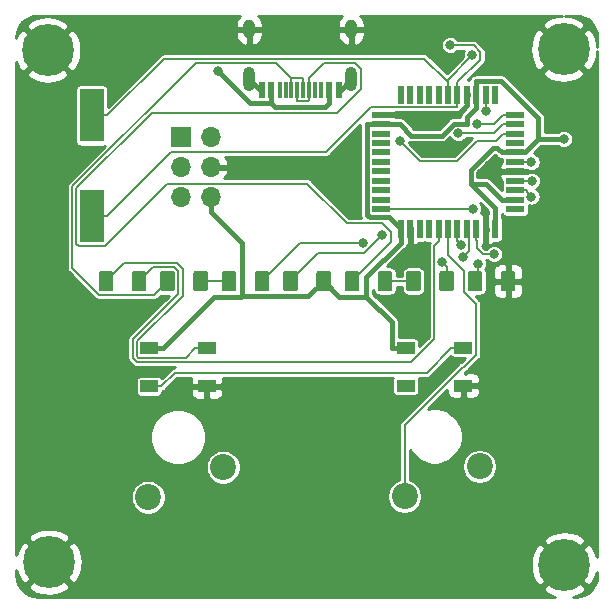
<source format=gbr>
G04 #@! TF.GenerationSoftware,KiCad,Pcbnew,(5.1.4)-1*
G04 #@! TF.CreationDate,2023-02-07T01:37:13+01:00*
G04 #@! TF.ProjectId,test,74657374-2e6b-4696-9361-645f70636258,1.0*
G04 #@! TF.SameCoordinates,Original*
G04 #@! TF.FileFunction,Copper,L1,Top*
G04 #@! TF.FilePolarity,Positive*
%FSLAX46Y46*%
G04 Gerber Fmt 4.6, Leading zero omitted, Abs format (unit mm)*
G04 Created by KiCad (PCBNEW (5.1.4)-1) date 2023-02-07 01:37:13*
%MOMM*%
%LPD*%
G04 APERTURE LIST*
%ADD10R,1.500000X0.550000*%
%ADD11R,0.550000X1.500000*%
%ADD12C,0.700000*%
%ADD13C,4.400000*%
%ADD14C,0.100000*%
%ADD15C,1.250000*%
%ADD16R,1.700000X1.700000*%
%ADD17O,1.700000X1.700000*%
%ADD18O,1.000000X1.600000*%
%ADD19O,1.000000X2.100000*%
%ADD20R,0.300000X1.450000*%
%ADD21R,0.600000X1.450000*%
%ADD22R,2.000000X4.500000*%
%ADD23R,1.500000X1.000000*%
%ADD24C,2.200000*%
%ADD25C,0.800000*%
%ADD26C,0.400000*%
%ADD27C,0.150000*%
%ADD28C,0.254000*%
G04 APERTURE END LIST*
D10*
X204264000Y-69024000D03*
X204264000Y-68224000D03*
X204264000Y-67424000D03*
X204264000Y-66624000D03*
X204264000Y-65824000D03*
X204264000Y-65024000D03*
X204264000Y-64224000D03*
X204264000Y-63424000D03*
X204264000Y-62624000D03*
X204264000Y-61824000D03*
X204264000Y-61024000D03*
D11*
X202564000Y-59324000D03*
X201764000Y-59324000D03*
X200964000Y-59324000D03*
X200164000Y-59324000D03*
X199364000Y-59324000D03*
X198564000Y-59324000D03*
X197764000Y-59324000D03*
X196964000Y-59324000D03*
X196164000Y-59324000D03*
X195364000Y-59324000D03*
X194564000Y-59324000D03*
D10*
X192864000Y-61024000D03*
X192864000Y-61824000D03*
X192864000Y-62624000D03*
X192864000Y-63424000D03*
X192864000Y-64224000D03*
X192864000Y-65024000D03*
X192864000Y-65824000D03*
X192864000Y-66624000D03*
X192864000Y-67424000D03*
X192864000Y-68224000D03*
X192864000Y-69024000D03*
D11*
X194564000Y-70724000D03*
X195364000Y-70724000D03*
X196164000Y-70724000D03*
X196964000Y-70724000D03*
X197764000Y-70724000D03*
X198564000Y-70724000D03*
X199364000Y-70724000D03*
X200164000Y-70724000D03*
X200964000Y-70724000D03*
X201764000Y-70724000D03*
X202564000Y-70724000D03*
D12*
X209510726Y-54332274D03*
X208344000Y-53849000D03*
X207177274Y-54332274D03*
X206694000Y-55499000D03*
X207177274Y-56665726D03*
X208344000Y-57149000D03*
X209510726Y-56665726D03*
X209994000Y-55499000D03*
D13*
X208344000Y-55499000D03*
D14*
G36*
X178011504Y-74246704D02*
G01*
X178035773Y-74250304D01*
X178059571Y-74256265D01*
X178082671Y-74264530D01*
X178104849Y-74275020D01*
X178125893Y-74287633D01*
X178145598Y-74302247D01*
X178163777Y-74318723D01*
X178180253Y-74336902D01*
X178194867Y-74356607D01*
X178207480Y-74377651D01*
X178217970Y-74399829D01*
X178226235Y-74422929D01*
X178232196Y-74446727D01*
X178235796Y-74470996D01*
X178237000Y-74495500D01*
X178237000Y-75745500D01*
X178235796Y-75770004D01*
X178232196Y-75794273D01*
X178226235Y-75818071D01*
X178217970Y-75841171D01*
X178207480Y-75863349D01*
X178194867Y-75884393D01*
X178180253Y-75904098D01*
X178163777Y-75922277D01*
X178145598Y-75938753D01*
X178125893Y-75953367D01*
X178104849Y-75965980D01*
X178082671Y-75976470D01*
X178059571Y-75984735D01*
X178035773Y-75990696D01*
X178011504Y-75994296D01*
X177987000Y-75995500D01*
X177237000Y-75995500D01*
X177212496Y-75994296D01*
X177188227Y-75990696D01*
X177164429Y-75984735D01*
X177141329Y-75976470D01*
X177119151Y-75965980D01*
X177098107Y-75953367D01*
X177078402Y-75938753D01*
X177060223Y-75922277D01*
X177043747Y-75904098D01*
X177029133Y-75884393D01*
X177016520Y-75863349D01*
X177006030Y-75841171D01*
X176997765Y-75818071D01*
X176991804Y-75794273D01*
X176988204Y-75770004D01*
X176987000Y-75745500D01*
X176987000Y-74495500D01*
X176988204Y-74470996D01*
X176991804Y-74446727D01*
X176997765Y-74422929D01*
X177006030Y-74399829D01*
X177016520Y-74377651D01*
X177029133Y-74356607D01*
X177043747Y-74336902D01*
X177060223Y-74318723D01*
X177078402Y-74302247D01*
X177098107Y-74287633D01*
X177119151Y-74275020D01*
X177141329Y-74264530D01*
X177164429Y-74256265D01*
X177188227Y-74250304D01*
X177212496Y-74246704D01*
X177237000Y-74245500D01*
X177987000Y-74245500D01*
X178011504Y-74246704D01*
X178011504Y-74246704D01*
G37*
D15*
X177612000Y-75120500D03*
D14*
G36*
X175211504Y-74246704D02*
G01*
X175235773Y-74250304D01*
X175259571Y-74256265D01*
X175282671Y-74264530D01*
X175304849Y-74275020D01*
X175325893Y-74287633D01*
X175345598Y-74302247D01*
X175363777Y-74318723D01*
X175380253Y-74336902D01*
X175394867Y-74356607D01*
X175407480Y-74377651D01*
X175417970Y-74399829D01*
X175426235Y-74422929D01*
X175432196Y-74446727D01*
X175435796Y-74470996D01*
X175437000Y-74495500D01*
X175437000Y-75745500D01*
X175435796Y-75770004D01*
X175432196Y-75794273D01*
X175426235Y-75818071D01*
X175417970Y-75841171D01*
X175407480Y-75863349D01*
X175394867Y-75884393D01*
X175380253Y-75904098D01*
X175363777Y-75922277D01*
X175345598Y-75938753D01*
X175325893Y-75953367D01*
X175304849Y-75965980D01*
X175282671Y-75976470D01*
X175259571Y-75984735D01*
X175235773Y-75990696D01*
X175211504Y-75994296D01*
X175187000Y-75995500D01*
X174437000Y-75995500D01*
X174412496Y-75994296D01*
X174388227Y-75990696D01*
X174364429Y-75984735D01*
X174341329Y-75976470D01*
X174319151Y-75965980D01*
X174298107Y-75953367D01*
X174278402Y-75938753D01*
X174260223Y-75922277D01*
X174243747Y-75904098D01*
X174229133Y-75884393D01*
X174216520Y-75863349D01*
X174206030Y-75841171D01*
X174197765Y-75818071D01*
X174191804Y-75794273D01*
X174188204Y-75770004D01*
X174187000Y-75745500D01*
X174187000Y-74495500D01*
X174188204Y-74470996D01*
X174191804Y-74446727D01*
X174197765Y-74422929D01*
X174206030Y-74399829D01*
X174216520Y-74377651D01*
X174229133Y-74356607D01*
X174243747Y-74336902D01*
X174260223Y-74318723D01*
X174278402Y-74302247D01*
X174298107Y-74287633D01*
X174319151Y-74275020D01*
X174341329Y-74264530D01*
X174364429Y-74256265D01*
X174388227Y-74250304D01*
X174412496Y-74246704D01*
X174437000Y-74245500D01*
X175187000Y-74245500D01*
X175211504Y-74246704D01*
X175211504Y-74246704D01*
G37*
D15*
X174812000Y-75120500D03*
D16*
X175958000Y-62928500D03*
D17*
X178498000Y-62928500D03*
X175958000Y-65468500D03*
X178498000Y-65468500D03*
X175958000Y-68008500D03*
X178498000Y-68008500D03*
D14*
G36*
X183219504Y-74246704D02*
G01*
X183243773Y-74250304D01*
X183267571Y-74256265D01*
X183290671Y-74264530D01*
X183312849Y-74275020D01*
X183333893Y-74287633D01*
X183353598Y-74302247D01*
X183371777Y-74318723D01*
X183388253Y-74336902D01*
X183402867Y-74356607D01*
X183415480Y-74377651D01*
X183425970Y-74399829D01*
X183434235Y-74422929D01*
X183440196Y-74446727D01*
X183443796Y-74470996D01*
X183445000Y-74495500D01*
X183445000Y-75745500D01*
X183443796Y-75770004D01*
X183440196Y-75794273D01*
X183434235Y-75818071D01*
X183425970Y-75841171D01*
X183415480Y-75863349D01*
X183402867Y-75884393D01*
X183388253Y-75904098D01*
X183371777Y-75922277D01*
X183353598Y-75938753D01*
X183333893Y-75953367D01*
X183312849Y-75965980D01*
X183290671Y-75976470D01*
X183267571Y-75984735D01*
X183243773Y-75990696D01*
X183219504Y-75994296D01*
X183195000Y-75995500D01*
X182445000Y-75995500D01*
X182420496Y-75994296D01*
X182396227Y-75990696D01*
X182372429Y-75984735D01*
X182349329Y-75976470D01*
X182327151Y-75965980D01*
X182306107Y-75953367D01*
X182286402Y-75938753D01*
X182268223Y-75922277D01*
X182251747Y-75904098D01*
X182237133Y-75884393D01*
X182224520Y-75863349D01*
X182214030Y-75841171D01*
X182205765Y-75818071D01*
X182199804Y-75794273D01*
X182196204Y-75770004D01*
X182195000Y-75745500D01*
X182195000Y-74495500D01*
X182196204Y-74470996D01*
X182199804Y-74446727D01*
X182205765Y-74422929D01*
X182214030Y-74399829D01*
X182224520Y-74377651D01*
X182237133Y-74356607D01*
X182251747Y-74336902D01*
X182268223Y-74318723D01*
X182286402Y-74302247D01*
X182306107Y-74287633D01*
X182327151Y-74275020D01*
X182349329Y-74264530D01*
X182372429Y-74256265D01*
X182396227Y-74250304D01*
X182420496Y-74246704D01*
X182445000Y-74245500D01*
X183195000Y-74245500D01*
X183219504Y-74246704D01*
X183219504Y-74246704D01*
G37*
D15*
X182820000Y-75120500D03*
D14*
G36*
X180419504Y-74246704D02*
G01*
X180443773Y-74250304D01*
X180467571Y-74256265D01*
X180490671Y-74264530D01*
X180512849Y-74275020D01*
X180533893Y-74287633D01*
X180553598Y-74302247D01*
X180571777Y-74318723D01*
X180588253Y-74336902D01*
X180602867Y-74356607D01*
X180615480Y-74377651D01*
X180625970Y-74399829D01*
X180634235Y-74422929D01*
X180640196Y-74446727D01*
X180643796Y-74470996D01*
X180645000Y-74495500D01*
X180645000Y-75745500D01*
X180643796Y-75770004D01*
X180640196Y-75794273D01*
X180634235Y-75818071D01*
X180625970Y-75841171D01*
X180615480Y-75863349D01*
X180602867Y-75884393D01*
X180588253Y-75904098D01*
X180571777Y-75922277D01*
X180553598Y-75938753D01*
X180533893Y-75953367D01*
X180512849Y-75965980D01*
X180490671Y-75976470D01*
X180467571Y-75984735D01*
X180443773Y-75990696D01*
X180419504Y-75994296D01*
X180395000Y-75995500D01*
X179645000Y-75995500D01*
X179620496Y-75994296D01*
X179596227Y-75990696D01*
X179572429Y-75984735D01*
X179549329Y-75976470D01*
X179527151Y-75965980D01*
X179506107Y-75953367D01*
X179486402Y-75938753D01*
X179468223Y-75922277D01*
X179451747Y-75904098D01*
X179437133Y-75884393D01*
X179424520Y-75863349D01*
X179414030Y-75841171D01*
X179405765Y-75818071D01*
X179399804Y-75794273D01*
X179396204Y-75770004D01*
X179395000Y-75745500D01*
X179395000Y-74495500D01*
X179396204Y-74470996D01*
X179399804Y-74446727D01*
X179405765Y-74422929D01*
X179414030Y-74399829D01*
X179424520Y-74377651D01*
X179437133Y-74356607D01*
X179451747Y-74336902D01*
X179468223Y-74318723D01*
X179486402Y-74302247D01*
X179506107Y-74287633D01*
X179527151Y-74275020D01*
X179549329Y-74264530D01*
X179572429Y-74256265D01*
X179596227Y-74250304D01*
X179620496Y-74246704D01*
X179645000Y-74245500D01*
X180395000Y-74245500D01*
X180419504Y-74246704D01*
X180419504Y-74246704D01*
G37*
D15*
X180020000Y-75120500D03*
D18*
X181735000Y-53814000D03*
X190375000Y-53814000D03*
D19*
X190375000Y-57994000D03*
X181735000Y-57994000D03*
D20*
X186305000Y-58909000D03*
X184305000Y-58909000D03*
X184805000Y-58909000D03*
X185305000Y-58909000D03*
X185805000Y-58909000D03*
X186805000Y-58909000D03*
X187305000Y-58909000D03*
X187805000Y-58909000D03*
D21*
X182805000Y-58909000D03*
X183605000Y-58909000D03*
X188505000Y-58909000D03*
X189305000Y-58909000D03*
X189305000Y-58909000D03*
X188505000Y-58909000D03*
X183605000Y-58909000D03*
X182805000Y-58909000D03*
D22*
X168402000Y-61091500D03*
X168402000Y-69591500D03*
D23*
X173254000Y-80823000D03*
X173254000Y-84023000D03*
X178154000Y-80823000D03*
X178154000Y-84023000D03*
D14*
G36*
X172805504Y-74246704D02*
G01*
X172829773Y-74250304D01*
X172853571Y-74256265D01*
X172876671Y-74264530D01*
X172898849Y-74275020D01*
X172919893Y-74287633D01*
X172939598Y-74302247D01*
X172957777Y-74318723D01*
X172974253Y-74336902D01*
X172988867Y-74356607D01*
X173001480Y-74377651D01*
X173011970Y-74399829D01*
X173020235Y-74422929D01*
X173026196Y-74446727D01*
X173029796Y-74470996D01*
X173031000Y-74495500D01*
X173031000Y-75745500D01*
X173029796Y-75770004D01*
X173026196Y-75794273D01*
X173020235Y-75818071D01*
X173011970Y-75841171D01*
X173001480Y-75863349D01*
X172988867Y-75884393D01*
X172974253Y-75904098D01*
X172957777Y-75922277D01*
X172939598Y-75938753D01*
X172919893Y-75953367D01*
X172898849Y-75965980D01*
X172876671Y-75976470D01*
X172853571Y-75984735D01*
X172829773Y-75990696D01*
X172805504Y-75994296D01*
X172781000Y-75995500D01*
X172031000Y-75995500D01*
X172006496Y-75994296D01*
X171982227Y-75990696D01*
X171958429Y-75984735D01*
X171935329Y-75976470D01*
X171913151Y-75965980D01*
X171892107Y-75953367D01*
X171872402Y-75938753D01*
X171854223Y-75922277D01*
X171837747Y-75904098D01*
X171823133Y-75884393D01*
X171810520Y-75863349D01*
X171800030Y-75841171D01*
X171791765Y-75818071D01*
X171785804Y-75794273D01*
X171782204Y-75770004D01*
X171781000Y-75745500D01*
X171781000Y-74495500D01*
X171782204Y-74470996D01*
X171785804Y-74446727D01*
X171791765Y-74422929D01*
X171800030Y-74399829D01*
X171810520Y-74377651D01*
X171823133Y-74356607D01*
X171837747Y-74336902D01*
X171854223Y-74318723D01*
X171872402Y-74302247D01*
X171892107Y-74287633D01*
X171913151Y-74275020D01*
X171935329Y-74264530D01*
X171958429Y-74256265D01*
X171982227Y-74250304D01*
X172006496Y-74246704D01*
X172031000Y-74245500D01*
X172781000Y-74245500D01*
X172805504Y-74246704D01*
X172805504Y-74246704D01*
G37*
D15*
X172406000Y-75120500D03*
D14*
G36*
X170005504Y-74246704D02*
G01*
X170029773Y-74250304D01*
X170053571Y-74256265D01*
X170076671Y-74264530D01*
X170098849Y-74275020D01*
X170119893Y-74287633D01*
X170139598Y-74302247D01*
X170157777Y-74318723D01*
X170174253Y-74336902D01*
X170188867Y-74356607D01*
X170201480Y-74377651D01*
X170211970Y-74399829D01*
X170220235Y-74422929D01*
X170226196Y-74446727D01*
X170229796Y-74470996D01*
X170231000Y-74495500D01*
X170231000Y-75745500D01*
X170229796Y-75770004D01*
X170226196Y-75794273D01*
X170220235Y-75818071D01*
X170211970Y-75841171D01*
X170201480Y-75863349D01*
X170188867Y-75884393D01*
X170174253Y-75904098D01*
X170157777Y-75922277D01*
X170139598Y-75938753D01*
X170119893Y-75953367D01*
X170098849Y-75965980D01*
X170076671Y-75976470D01*
X170053571Y-75984735D01*
X170029773Y-75990696D01*
X170005504Y-75994296D01*
X169981000Y-75995500D01*
X169231000Y-75995500D01*
X169206496Y-75994296D01*
X169182227Y-75990696D01*
X169158429Y-75984735D01*
X169135329Y-75976470D01*
X169113151Y-75965980D01*
X169092107Y-75953367D01*
X169072402Y-75938753D01*
X169054223Y-75922277D01*
X169037747Y-75904098D01*
X169023133Y-75884393D01*
X169010520Y-75863349D01*
X169000030Y-75841171D01*
X168991765Y-75818071D01*
X168985804Y-75794273D01*
X168982204Y-75770004D01*
X168981000Y-75745500D01*
X168981000Y-74495500D01*
X168982204Y-74470996D01*
X168985804Y-74446727D01*
X168991765Y-74422929D01*
X169000030Y-74399829D01*
X169010520Y-74377651D01*
X169023133Y-74356607D01*
X169037747Y-74336902D01*
X169054223Y-74318723D01*
X169072402Y-74302247D01*
X169092107Y-74287633D01*
X169113151Y-74275020D01*
X169135329Y-74264530D01*
X169158429Y-74256265D01*
X169182227Y-74250304D01*
X169206496Y-74246704D01*
X169231000Y-74245500D01*
X169981000Y-74245500D01*
X170005504Y-74246704D01*
X170005504Y-74246704D01*
G37*
D15*
X169606000Y-75120500D03*
D13*
X164782000Y-98933000D03*
D12*
X166432000Y-98933000D03*
X165948726Y-100099726D03*
X164782000Y-100583000D03*
X163615274Y-100099726D03*
X163132000Y-98933000D03*
X163615274Y-97766274D03*
X164782000Y-97283000D03*
X165948726Y-97766274D03*
D13*
X208407000Y-99123500D03*
D12*
X210057000Y-99123500D03*
X209573726Y-100290226D03*
X208407000Y-100773500D03*
X207240274Y-100290226D03*
X206757000Y-99123500D03*
X207240274Y-97956774D03*
X208407000Y-97473500D03*
X209573726Y-97956774D03*
D24*
X179514000Y-90868500D03*
X173164000Y-93408500D03*
X194882000Y-93345000D03*
X201232000Y-90805000D03*
D12*
X165822726Y-54395774D03*
X164656000Y-53912500D03*
X163489274Y-54395774D03*
X163006000Y-55562500D03*
X163489274Y-56729226D03*
X164656000Y-57212500D03*
X165822726Y-56729226D03*
X166306000Y-55562500D03*
D13*
X164656000Y-55562500D03*
D23*
X199872000Y-83959500D03*
X199872000Y-80759500D03*
X194972000Y-83959500D03*
X194972000Y-80759500D03*
D14*
G36*
X201249504Y-74246704D02*
G01*
X201273773Y-74250304D01*
X201297571Y-74256265D01*
X201320671Y-74264530D01*
X201342849Y-74275020D01*
X201363893Y-74287633D01*
X201383598Y-74302247D01*
X201401777Y-74318723D01*
X201418253Y-74336902D01*
X201432867Y-74356607D01*
X201445480Y-74377651D01*
X201455970Y-74399829D01*
X201464235Y-74422929D01*
X201470196Y-74446727D01*
X201473796Y-74470996D01*
X201475000Y-74495500D01*
X201475000Y-75745500D01*
X201473796Y-75770004D01*
X201470196Y-75794273D01*
X201464235Y-75818071D01*
X201455970Y-75841171D01*
X201445480Y-75863349D01*
X201432867Y-75884393D01*
X201418253Y-75904098D01*
X201401777Y-75922277D01*
X201383598Y-75938753D01*
X201363893Y-75953367D01*
X201342849Y-75965980D01*
X201320671Y-75976470D01*
X201297571Y-75984735D01*
X201273773Y-75990696D01*
X201249504Y-75994296D01*
X201225000Y-75995500D01*
X200475000Y-75995500D01*
X200450496Y-75994296D01*
X200426227Y-75990696D01*
X200402429Y-75984735D01*
X200379329Y-75976470D01*
X200357151Y-75965980D01*
X200336107Y-75953367D01*
X200316402Y-75938753D01*
X200298223Y-75922277D01*
X200281747Y-75904098D01*
X200267133Y-75884393D01*
X200254520Y-75863349D01*
X200244030Y-75841171D01*
X200235765Y-75818071D01*
X200229804Y-75794273D01*
X200226204Y-75770004D01*
X200225000Y-75745500D01*
X200225000Y-74495500D01*
X200226204Y-74470996D01*
X200229804Y-74446727D01*
X200235765Y-74422929D01*
X200244030Y-74399829D01*
X200254520Y-74377651D01*
X200267133Y-74356607D01*
X200281747Y-74336902D01*
X200298223Y-74318723D01*
X200316402Y-74302247D01*
X200336107Y-74287633D01*
X200357151Y-74275020D01*
X200379329Y-74264530D01*
X200402429Y-74256265D01*
X200426227Y-74250304D01*
X200450496Y-74246704D01*
X200475000Y-74245500D01*
X201225000Y-74245500D01*
X201249504Y-74246704D01*
X201249504Y-74246704D01*
G37*
D15*
X200850000Y-75120500D03*
D14*
G36*
X204049504Y-74246704D02*
G01*
X204073773Y-74250304D01*
X204097571Y-74256265D01*
X204120671Y-74264530D01*
X204142849Y-74275020D01*
X204163893Y-74287633D01*
X204183598Y-74302247D01*
X204201777Y-74318723D01*
X204218253Y-74336902D01*
X204232867Y-74356607D01*
X204245480Y-74377651D01*
X204255970Y-74399829D01*
X204264235Y-74422929D01*
X204270196Y-74446727D01*
X204273796Y-74470996D01*
X204275000Y-74495500D01*
X204275000Y-75745500D01*
X204273796Y-75770004D01*
X204270196Y-75794273D01*
X204264235Y-75818071D01*
X204255970Y-75841171D01*
X204245480Y-75863349D01*
X204232867Y-75884393D01*
X204218253Y-75904098D01*
X204201777Y-75922277D01*
X204183598Y-75938753D01*
X204163893Y-75953367D01*
X204142849Y-75965980D01*
X204120671Y-75976470D01*
X204097571Y-75984735D01*
X204073773Y-75990696D01*
X204049504Y-75994296D01*
X204025000Y-75995500D01*
X203275000Y-75995500D01*
X203250496Y-75994296D01*
X203226227Y-75990696D01*
X203202429Y-75984735D01*
X203179329Y-75976470D01*
X203157151Y-75965980D01*
X203136107Y-75953367D01*
X203116402Y-75938753D01*
X203098223Y-75922277D01*
X203081747Y-75904098D01*
X203067133Y-75884393D01*
X203054520Y-75863349D01*
X203044030Y-75841171D01*
X203035765Y-75818071D01*
X203029804Y-75794273D01*
X203026204Y-75770004D01*
X203025000Y-75745500D01*
X203025000Y-74495500D01*
X203026204Y-74470996D01*
X203029804Y-74446727D01*
X203035765Y-74422929D01*
X203044030Y-74399829D01*
X203054520Y-74377651D01*
X203067133Y-74356607D01*
X203081747Y-74336902D01*
X203098223Y-74318723D01*
X203116402Y-74302247D01*
X203136107Y-74287633D01*
X203157151Y-74275020D01*
X203179329Y-74264530D01*
X203202429Y-74256265D01*
X203226227Y-74250304D01*
X203250496Y-74246704D01*
X203275000Y-74245500D01*
X204025000Y-74245500D01*
X204049504Y-74246704D01*
X204049504Y-74246704D01*
G37*
D15*
X203650000Y-75120500D03*
D14*
G36*
X188425504Y-74246704D02*
G01*
X188449773Y-74250304D01*
X188473571Y-74256265D01*
X188496671Y-74264530D01*
X188518849Y-74275020D01*
X188539893Y-74287633D01*
X188559598Y-74302247D01*
X188577777Y-74318723D01*
X188594253Y-74336902D01*
X188608867Y-74356607D01*
X188621480Y-74377651D01*
X188631970Y-74399829D01*
X188640235Y-74422929D01*
X188646196Y-74446727D01*
X188649796Y-74470996D01*
X188651000Y-74495500D01*
X188651000Y-75745500D01*
X188649796Y-75770004D01*
X188646196Y-75794273D01*
X188640235Y-75818071D01*
X188631970Y-75841171D01*
X188621480Y-75863349D01*
X188608867Y-75884393D01*
X188594253Y-75904098D01*
X188577777Y-75922277D01*
X188559598Y-75938753D01*
X188539893Y-75953367D01*
X188518849Y-75965980D01*
X188496671Y-75976470D01*
X188473571Y-75984735D01*
X188449773Y-75990696D01*
X188425504Y-75994296D01*
X188401000Y-75995500D01*
X187651000Y-75995500D01*
X187626496Y-75994296D01*
X187602227Y-75990696D01*
X187578429Y-75984735D01*
X187555329Y-75976470D01*
X187533151Y-75965980D01*
X187512107Y-75953367D01*
X187492402Y-75938753D01*
X187474223Y-75922277D01*
X187457747Y-75904098D01*
X187443133Y-75884393D01*
X187430520Y-75863349D01*
X187420030Y-75841171D01*
X187411765Y-75818071D01*
X187405804Y-75794273D01*
X187402204Y-75770004D01*
X187401000Y-75745500D01*
X187401000Y-74495500D01*
X187402204Y-74470996D01*
X187405804Y-74446727D01*
X187411765Y-74422929D01*
X187420030Y-74399829D01*
X187430520Y-74377651D01*
X187443133Y-74356607D01*
X187457747Y-74336902D01*
X187474223Y-74318723D01*
X187492402Y-74302247D01*
X187512107Y-74287633D01*
X187533151Y-74275020D01*
X187555329Y-74264530D01*
X187578429Y-74256265D01*
X187602227Y-74250304D01*
X187626496Y-74246704D01*
X187651000Y-74245500D01*
X188401000Y-74245500D01*
X188425504Y-74246704D01*
X188425504Y-74246704D01*
G37*
D15*
X188026000Y-75120500D03*
D14*
G36*
X185625504Y-74246704D02*
G01*
X185649773Y-74250304D01*
X185673571Y-74256265D01*
X185696671Y-74264530D01*
X185718849Y-74275020D01*
X185739893Y-74287633D01*
X185759598Y-74302247D01*
X185777777Y-74318723D01*
X185794253Y-74336902D01*
X185808867Y-74356607D01*
X185821480Y-74377651D01*
X185831970Y-74399829D01*
X185840235Y-74422929D01*
X185846196Y-74446727D01*
X185849796Y-74470996D01*
X185851000Y-74495500D01*
X185851000Y-75745500D01*
X185849796Y-75770004D01*
X185846196Y-75794273D01*
X185840235Y-75818071D01*
X185831970Y-75841171D01*
X185821480Y-75863349D01*
X185808867Y-75884393D01*
X185794253Y-75904098D01*
X185777777Y-75922277D01*
X185759598Y-75938753D01*
X185739893Y-75953367D01*
X185718849Y-75965980D01*
X185696671Y-75976470D01*
X185673571Y-75984735D01*
X185649773Y-75990696D01*
X185625504Y-75994296D01*
X185601000Y-75995500D01*
X184851000Y-75995500D01*
X184826496Y-75994296D01*
X184802227Y-75990696D01*
X184778429Y-75984735D01*
X184755329Y-75976470D01*
X184733151Y-75965980D01*
X184712107Y-75953367D01*
X184692402Y-75938753D01*
X184674223Y-75922277D01*
X184657747Y-75904098D01*
X184643133Y-75884393D01*
X184630520Y-75863349D01*
X184620030Y-75841171D01*
X184611765Y-75818071D01*
X184605804Y-75794273D01*
X184602204Y-75770004D01*
X184601000Y-75745500D01*
X184601000Y-74495500D01*
X184602204Y-74470996D01*
X184605804Y-74446727D01*
X184611765Y-74422929D01*
X184620030Y-74399829D01*
X184630520Y-74377651D01*
X184643133Y-74356607D01*
X184657747Y-74336902D01*
X184674223Y-74318723D01*
X184692402Y-74302247D01*
X184712107Y-74287633D01*
X184733151Y-74275020D01*
X184755329Y-74264530D01*
X184778429Y-74256265D01*
X184802227Y-74250304D01*
X184826496Y-74246704D01*
X184851000Y-74245500D01*
X185601000Y-74245500D01*
X185625504Y-74246704D01*
X185625504Y-74246704D01*
G37*
D15*
X185226000Y-75120500D03*
D14*
G36*
X190833504Y-74246704D02*
G01*
X190857773Y-74250304D01*
X190881571Y-74256265D01*
X190904671Y-74264530D01*
X190926849Y-74275020D01*
X190947893Y-74287633D01*
X190967598Y-74302247D01*
X190985777Y-74318723D01*
X191002253Y-74336902D01*
X191016867Y-74356607D01*
X191029480Y-74377651D01*
X191039970Y-74399829D01*
X191048235Y-74422929D01*
X191054196Y-74446727D01*
X191057796Y-74470996D01*
X191059000Y-74495500D01*
X191059000Y-75745500D01*
X191057796Y-75770004D01*
X191054196Y-75794273D01*
X191048235Y-75818071D01*
X191039970Y-75841171D01*
X191029480Y-75863349D01*
X191016867Y-75884393D01*
X191002253Y-75904098D01*
X190985777Y-75922277D01*
X190967598Y-75938753D01*
X190947893Y-75953367D01*
X190926849Y-75965980D01*
X190904671Y-75976470D01*
X190881571Y-75984735D01*
X190857773Y-75990696D01*
X190833504Y-75994296D01*
X190809000Y-75995500D01*
X190059000Y-75995500D01*
X190034496Y-75994296D01*
X190010227Y-75990696D01*
X189986429Y-75984735D01*
X189963329Y-75976470D01*
X189941151Y-75965980D01*
X189920107Y-75953367D01*
X189900402Y-75938753D01*
X189882223Y-75922277D01*
X189865747Y-75904098D01*
X189851133Y-75884393D01*
X189838520Y-75863349D01*
X189828030Y-75841171D01*
X189819765Y-75818071D01*
X189813804Y-75794273D01*
X189810204Y-75770004D01*
X189809000Y-75745500D01*
X189809000Y-74495500D01*
X189810204Y-74470996D01*
X189813804Y-74446727D01*
X189819765Y-74422929D01*
X189828030Y-74399829D01*
X189838520Y-74377651D01*
X189851133Y-74356607D01*
X189865747Y-74336902D01*
X189882223Y-74318723D01*
X189900402Y-74302247D01*
X189920107Y-74287633D01*
X189941151Y-74275020D01*
X189963329Y-74264530D01*
X189986429Y-74256265D01*
X190010227Y-74250304D01*
X190034496Y-74246704D01*
X190059000Y-74245500D01*
X190809000Y-74245500D01*
X190833504Y-74246704D01*
X190833504Y-74246704D01*
G37*
D15*
X190434000Y-75120500D03*
D14*
G36*
X193633504Y-74246704D02*
G01*
X193657773Y-74250304D01*
X193681571Y-74256265D01*
X193704671Y-74264530D01*
X193726849Y-74275020D01*
X193747893Y-74287633D01*
X193767598Y-74302247D01*
X193785777Y-74318723D01*
X193802253Y-74336902D01*
X193816867Y-74356607D01*
X193829480Y-74377651D01*
X193839970Y-74399829D01*
X193848235Y-74422929D01*
X193854196Y-74446727D01*
X193857796Y-74470996D01*
X193859000Y-74495500D01*
X193859000Y-75745500D01*
X193857796Y-75770004D01*
X193854196Y-75794273D01*
X193848235Y-75818071D01*
X193839970Y-75841171D01*
X193829480Y-75863349D01*
X193816867Y-75884393D01*
X193802253Y-75904098D01*
X193785777Y-75922277D01*
X193767598Y-75938753D01*
X193747893Y-75953367D01*
X193726849Y-75965980D01*
X193704671Y-75976470D01*
X193681571Y-75984735D01*
X193657773Y-75990696D01*
X193633504Y-75994296D01*
X193609000Y-75995500D01*
X192859000Y-75995500D01*
X192834496Y-75994296D01*
X192810227Y-75990696D01*
X192786429Y-75984735D01*
X192763329Y-75976470D01*
X192741151Y-75965980D01*
X192720107Y-75953367D01*
X192700402Y-75938753D01*
X192682223Y-75922277D01*
X192665747Y-75904098D01*
X192651133Y-75884393D01*
X192638520Y-75863349D01*
X192628030Y-75841171D01*
X192619765Y-75818071D01*
X192613804Y-75794273D01*
X192610204Y-75770004D01*
X192609000Y-75745500D01*
X192609000Y-74495500D01*
X192610204Y-74470996D01*
X192613804Y-74446727D01*
X192619765Y-74422929D01*
X192628030Y-74399829D01*
X192638520Y-74377651D01*
X192651133Y-74356607D01*
X192665747Y-74336902D01*
X192682223Y-74318723D01*
X192700402Y-74302247D01*
X192720107Y-74287633D01*
X192741151Y-74275020D01*
X192763329Y-74264530D01*
X192786429Y-74256265D01*
X192810227Y-74250304D01*
X192834496Y-74246704D01*
X192859000Y-74245500D01*
X193609000Y-74245500D01*
X193633504Y-74246704D01*
X193633504Y-74246704D01*
G37*
D15*
X193234000Y-75120500D03*
D14*
G36*
X196039504Y-74246704D02*
G01*
X196063773Y-74250304D01*
X196087571Y-74256265D01*
X196110671Y-74264530D01*
X196132849Y-74275020D01*
X196153893Y-74287633D01*
X196173598Y-74302247D01*
X196191777Y-74318723D01*
X196208253Y-74336902D01*
X196222867Y-74356607D01*
X196235480Y-74377651D01*
X196245970Y-74399829D01*
X196254235Y-74422929D01*
X196260196Y-74446727D01*
X196263796Y-74470996D01*
X196265000Y-74495500D01*
X196265000Y-75745500D01*
X196263796Y-75770004D01*
X196260196Y-75794273D01*
X196254235Y-75818071D01*
X196245970Y-75841171D01*
X196235480Y-75863349D01*
X196222867Y-75884393D01*
X196208253Y-75904098D01*
X196191777Y-75922277D01*
X196173598Y-75938753D01*
X196153893Y-75953367D01*
X196132849Y-75965980D01*
X196110671Y-75976470D01*
X196087571Y-75984735D01*
X196063773Y-75990696D01*
X196039504Y-75994296D01*
X196015000Y-75995500D01*
X195265000Y-75995500D01*
X195240496Y-75994296D01*
X195216227Y-75990696D01*
X195192429Y-75984735D01*
X195169329Y-75976470D01*
X195147151Y-75965980D01*
X195126107Y-75953367D01*
X195106402Y-75938753D01*
X195088223Y-75922277D01*
X195071747Y-75904098D01*
X195057133Y-75884393D01*
X195044520Y-75863349D01*
X195034030Y-75841171D01*
X195025765Y-75818071D01*
X195019804Y-75794273D01*
X195016204Y-75770004D01*
X195015000Y-75745500D01*
X195015000Y-74495500D01*
X195016204Y-74470996D01*
X195019804Y-74446727D01*
X195025765Y-74422929D01*
X195034030Y-74399829D01*
X195044520Y-74377651D01*
X195057133Y-74356607D01*
X195071747Y-74336902D01*
X195088223Y-74318723D01*
X195106402Y-74302247D01*
X195126107Y-74287633D01*
X195147151Y-74275020D01*
X195169329Y-74264530D01*
X195192429Y-74256265D01*
X195216227Y-74250304D01*
X195240496Y-74246704D01*
X195265000Y-74245500D01*
X196015000Y-74245500D01*
X196039504Y-74246704D01*
X196039504Y-74246704D01*
G37*
D15*
X195640000Y-75120500D03*
D14*
G36*
X198839504Y-74246704D02*
G01*
X198863773Y-74250304D01*
X198887571Y-74256265D01*
X198910671Y-74264530D01*
X198932849Y-74275020D01*
X198953893Y-74287633D01*
X198973598Y-74302247D01*
X198991777Y-74318723D01*
X199008253Y-74336902D01*
X199022867Y-74356607D01*
X199035480Y-74377651D01*
X199045970Y-74399829D01*
X199054235Y-74422929D01*
X199060196Y-74446727D01*
X199063796Y-74470996D01*
X199065000Y-74495500D01*
X199065000Y-75745500D01*
X199063796Y-75770004D01*
X199060196Y-75794273D01*
X199054235Y-75818071D01*
X199045970Y-75841171D01*
X199035480Y-75863349D01*
X199022867Y-75884393D01*
X199008253Y-75904098D01*
X198991777Y-75922277D01*
X198973598Y-75938753D01*
X198953893Y-75953367D01*
X198932849Y-75965980D01*
X198910671Y-75976470D01*
X198887571Y-75984735D01*
X198863773Y-75990696D01*
X198839504Y-75994296D01*
X198815000Y-75995500D01*
X198065000Y-75995500D01*
X198040496Y-75994296D01*
X198016227Y-75990696D01*
X197992429Y-75984735D01*
X197969329Y-75976470D01*
X197947151Y-75965980D01*
X197926107Y-75953367D01*
X197906402Y-75938753D01*
X197888223Y-75922277D01*
X197871747Y-75904098D01*
X197857133Y-75884393D01*
X197844520Y-75863349D01*
X197834030Y-75841171D01*
X197825765Y-75818071D01*
X197819804Y-75794273D01*
X197816204Y-75770004D01*
X197815000Y-75745500D01*
X197815000Y-74495500D01*
X197816204Y-74470996D01*
X197819804Y-74446727D01*
X197825765Y-74422929D01*
X197834030Y-74399829D01*
X197844520Y-74377651D01*
X197857133Y-74356607D01*
X197871747Y-74336902D01*
X197888223Y-74318723D01*
X197906402Y-74302247D01*
X197926107Y-74287633D01*
X197947151Y-74275020D01*
X197969329Y-74264530D01*
X197992429Y-74256265D01*
X198016227Y-74250304D01*
X198040496Y-74246704D01*
X198065000Y-74245500D01*
X198815000Y-74245500D01*
X198839504Y-74246704D01*
X198839504Y-74246704D01*
G37*
D15*
X198440000Y-75120500D03*
D25*
X203772000Y-72136000D03*
X202057000Y-65278000D03*
X195326000Y-72898000D03*
X196532000Y-61404500D03*
X196786500Y-63881000D03*
X199199500Y-63944500D03*
X208355000Y-63085700D03*
X198754000Y-55138400D03*
X199815000Y-73082000D03*
X179111000Y-57315100D03*
X199438000Y-62586500D03*
X194480000Y-63266000D03*
X200978000Y-61781600D03*
X199695000Y-72075000D03*
X205621000Y-65011100D03*
X200614000Y-55990100D03*
X202449000Y-72835500D03*
X205652000Y-66624000D03*
X191361000Y-71871800D03*
X201800000Y-60683700D03*
X193007000Y-71181500D03*
X205630000Y-67956600D03*
X198051000Y-73539600D03*
X200659000Y-68979400D03*
X201095000Y-73631500D03*
D26*
X200164000Y-59932000D02*
X200164000Y-60221100D01*
X200164000Y-59324000D02*
X200164000Y-59932000D01*
X200164000Y-59324000D02*
X200164000Y-59932000D01*
X182805000Y-58909000D02*
X182650000Y-58909000D01*
X182650000Y-58909000D02*
X181735000Y-57994000D01*
X189305000Y-58909000D02*
X189460000Y-58909000D01*
X189460000Y-58909000D02*
X190375000Y-57994000D01*
X196932000Y-61004500D02*
X196532000Y-61404500D01*
X199381000Y-61004500D02*
X196932000Y-61004500D01*
X200164000Y-60221100D02*
X199381000Y-61004500D01*
X196850000Y-63944500D02*
X196786500Y-63881000D01*
X199199500Y-63944500D02*
X196850000Y-63944500D01*
X194564000Y-70724000D02*
X193539000Y-69699400D01*
X193539000Y-69699400D02*
X191923000Y-69699400D01*
X191923000Y-69699400D02*
X191714000Y-69490300D01*
X191714000Y-69490300D02*
X191714000Y-61824000D01*
X191714000Y-61824000D02*
X192864000Y-61824000D01*
X191656000Y-76449200D02*
X191656000Y-74765300D01*
X191656000Y-74765300D02*
X194546000Y-71874300D01*
X194546000Y-71874300D02*
X194564000Y-71874300D01*
X194564000Y-71874300D02*
X194564000Y-70724000D01*
X206212000Y-63085700D02*
X206212000Y-61324100D01*
X206212000Y-61324100D02*
X203062000Y-58173700D01*
X203062000Y-58173700D02*
X200964000Y-58173700D01*
X200964000Y-58173700D02*
X200964000Y-59324000D01*
X208355000Y-63085700D02*
X206212000Y-63085700D01*
X200964000Y-59324000D02*
X200964000Y-60474000D01*
X200964000Y-60474000D02*
X200177000Y-61260500D01*
X200177000Y-61260500D02*
X200177000Y-61760000D01*
X200177000Y-61760000D02*
X200151000Y-61786500D01*
X195453000Y-62791000D02*
X194486000Y-61824000D01*
X194486000Y-61824000D02*
X192864000Y-61824000D01*
X204264000Y-68224000D02*
X203114000Y-68224000D01*
X203114000Y-68224000D02*
X201756000Y-66865500D01*
X201756000Y-66865500D02*
X200470000Y-66865500D01*
X200470000Y-66865500D02*
X202564000Y-68960000D01*
X202564000Y-68960000D02*
X202564000Y-70724000D01*
X204264000Y-64224000D02*
X203114000Y-64224000D01*
X203114000Y-64224000D02*
X202708000Y-63817500D01*
X194972000Y-80759500D02*
X193822000Y-80759500D01*
X193822000Y-80759500D02*
X193822000Y-78615400D01*
X193822000Y-78615400D02*
X191656000Y-76449200D01*
X206212000Y-63085700D02*
X205074000Y-64224000D01*
X205074000Y-64224000D02*
X204264000Y-64224000D01*
X173254000Y-80823000D02*
X174404000Y-80823000D01*
X174404000Y-80823000D02*
X178768000Y-76459300D01*
X178768000Y-76459300D02*
X181026000Y-76459300D01*
X181026000Y-76459300D02*
X181088000Y-76396700D01*
X178498000Y-68008500D02*
X178498000Y-69258800D01*
X178498000Y-69258800D02*
X181088000Y-71849300D01*
X181088000Y-71849300D02*
X181088000Y-76396700D01*
X181088000Y-76396700D02*
X181089000Y-76396900D01*
X181089000Y-76396900D02*
X186750000Y-76396900D01*
X186750000Y-76396900D02*
X188026000Y-75120500D01*
X191656000Y-76449200D02*
X189355000Y-76449200D01*
X189355000Y-76449200D02*
X188026000Y-75120500D01*
X200470000Y-65680998D02*
X200470000Y-66865500D01*
X202333498Y-63817500D02*
X200470000Y-65680998D01*
X202708000Y-63817500D02*
X202333498Y-63817500D01*
X200151000Y-61786500D02*
X199054000Y-61786500D01*
X198050000Y-62791000D02*
X195453000Y-62791000D01*
X199054000Y-61786500D02*
X198050000Y-62791000D01*
D27*
X168402000Y-69591500D02*
X169677000Y-69591500D01*
X169677000Y-69591500D02*
X175095000Y-64173400D01*
X175095000Y-64173400D02*
X188252000Y-64173400D01*
X188252000Y-64173400D02*
X192076000Y-60349300D01*
X192076000Y-60349300D02*
X199364000Y-60349300D01*
X199364000Y-60349300D02*
X199364000Y-59324000D01*
X199364000Y-59324000D02*
X199364000Y-58298700D01*
X199364000Y-58298700D02*
X201289000Y-56373500D01*
X201289000Y-56373500D02*
X201289000Y-55703100D01*
X201289000Y-55703100D02*
X200724000Y-55138400D01*
X200724000Y-55138400D02*
X198754000Y-55138400D01*
X199815000Y-73082000D02*
X200370000Y-72527000D01*
X200370000Y-72527000D02*
X200370000Y-70930300D01*
X200370000Y-70930300D02*
X200164000Y-70724000D01*
X178154000Y-80823000D02*
X177129000Y-80823000D01*
X177129000Y-80823000D02*
X176353000Y-81598300D01*
X176353000Y-81598300D02*
X172344000Y-81598300D01*
X172344000Y-81598300D02*
X172229000Y-81483000D01*
X172229000Y-81483000D02*
X172229000Y-80206600D01*
X172229000Y-80206600D02*
X176093000Y-76342500D01*
X176093000Y-76342500D02*
X176093000Y-74077900D01*
X176093000Y-74077900D02*
X175582000Y-73566700D01*
X175582000Y-73566700D02*
X171160000Y-73566700D01*
X171160000Y-73566700D02*
X169606000Y-75120500D01*
D26*
X188505000Y-58909000D02*
X188505000Y-60034300D01*
X188505000Y-60034300D02*
X188155000Y-60384700D01*
X188155000Y-60384700D02*
X183956000Y-60384700D01*
X183956000Y-60384700D02*
X183605000Y-60034200D01*
X183605000Y-58909000D02*
X183605000Y-60034200D01*
X183605000Y-60034200D02*
X183605000Y-60034400D01*
X183605000Y-60034400D02*
X181830000Y-60034400D01*
X181830000Y-60034400D02*
X179111000Y-57315100D01*
D27*
X185805000Y-58909000D02*
X185805000Y-59909300D01*
X185805000Y-59909300D02*
X186717000Y-59909300D01*
X186717000Y-59909300D02*
X186805000Y-59821700D01*
X186805000Y-59821700D02*
X186805000Y-58909000D01*
X186805000Y-58909000D02*
X186805000Y-57908700D01*
X186805000Y-57908700D02*
X188082000Y-56631500D01*
X188082000Y-56631500D02*
X190665000Y-56631500D01*
X190665000Y-56631500D02*
X191158000Y-57124600D01*
X191158000Y-57124600D02*
X191158000Y-58859600D01*
X191158000Y-58859600D02*
X189157000Y-60860100D01*
X189157000Y-60860100D02*
X173486000Y-60860100D01*
X173486000Y-60860100D02*
X167098000Y-67248100D01*
X167098000Y-67248100D02*
X167098000Y-71941800D01*
X167098000Y-71941800D02*
X167287000Y-72130700D01*
X167287000Y-72130700D02*
X169510000Y-72130700D01*
X169510000Y-72130700D02*
X174764000Y-66876300D01*
X174764000Y-66876300D02*
X186663000Y-66876300D01*
X186663000Y-66876300D02*
X190015000Y-70228400D01*
X190015000Y-70228400D02*
X193012000Y-70228400D01*
X193012000Y-70228400D02*
X193730000Y-70947200D01*
X193730000Y-70947200D02*
X193730000Y-71824100D01*
X193730000Y-71824100D02*
X190434000Y-75120500D01*
X185305000Y-57908700D02*
X186305000Y-57908700D01*
X186305000Y-57908700D02*
X186305000Y-58909000D01*
X185305000Y-58909000D02*
X185305000Y-57908700D01*
X185305000Y-57908700D02*
X184036000Y-56639700D01*
X184036000Y-56639700D02*
X177211000Y-56639700D01*
X177211000Y-56639700D02*
X166748000Y-67102900D01*
X166748000Y-67102900D02*
X166748000Y-74034300D01*
X166748000Y-74034300D02*
X168998000Y-76284300D01*
X168998000Y-76284300D02*
X173648000Y-76284300D01*
X173648000Y-76284300D02*
X174812000Y-75120500D01*
X204264000Y-61824000D02*
X203239000Y-61824000D01*
X203239000Y-61824000D02*
X202476000Y-62586500D01*
X202476000Y-62586500D02*
X199438000Y-62586500D01*
X194480000Y-63266000D02*
X196174000Y-64960500D01*
X196174000Y-64960500D02*
X199290000Y-64960500D01*
X199290000Y-64960500D02*
X200984000Y-63266000D01*
X200984000Y-63266000D02*
X202597000Y-63266000D01*
X202597000Y-63266000D02*
X203239000Y-62624000D01*
X203239000Y-62624000D02*
X204264000Y-62624000D01*
X204264000Y-61024000D02*
X203239000Y-61024000D01*
X203239000Y-61024000D02*
X202481000Y-61781600D01*
X202481000Y-61781600D02*
X200978000Y-61781600D01*
X197764000Y-70724000D02*
X197764000Y-71749300D01*
X197764000Y-71749300D02*
X197376000Y-72137300D01*
X197376000Y-72137300D02*
X197376000Y-80019900D01*
X197376000Y-80019900D02*
X195447000Y-81948700D01*
X195447000Y-81948700D02*
X172199000Y-81948700D01*
X172199000Y-81948700D02*
X171878000Y-81628200D01*
X171878000Y-81628200D02*
X171878000Y-80061300D01*
X171878000Y-80061300D02*
X175725000Y-76214300D01*
X175725000Y-76214300D02*
X175725000Y-74244200D01*
X175725000Y-74244200D02*
X175402000Y-73921300D01*
X175402000Y-73921300D02*
X173605000Y-73921300D01*
X173605000Y-73921300D02*
X172406000Y-75120500D01*
X180020000Y-75120500D02*
X177612000Y-75120500D01*
X195640000Y-75120500D02*
X193234000Y-75120500D01*
X199695000Y-72075000D02*
X199369000Y-71749300D01*
X199369000Y-71749300D02*
X199364000Y-71749300D01*
X199364000Y-71749300D02*
X199364000Y-70724000D01*
X198564000Y-70724000D02*
X198564000Y-72881000D01*
X198564000Y-72881000D02*
X199935000Y-74252100D01*
X199935000Y-74252100D02*
X199935000Y-76059900D01*
X199935000Y-76059900D02*
X200897000Y-77022200D01*
X200897000Y-77022200D02*
X200897000Y-81406600D01*
X200897000Y-81406600D02*
X199944000Y-82359500D01*
X199944000Y-82359500D02*
X199808000Y-82359500D01*
X199808000Y-82359500D02*
X194882000Y-87285700D01*
X194882000Y-87285700D02*
X194882000Y-93345000D01*
X204264000Y-65024000D02*
X205608000Y-65024000D01*
X205608000Y-65024000D02*
X205621000Y-65011100D01*
X168402000Y-61091500D02*
X169677000Y-61091500D01*
X169677000Y-61091500D02*
X174488000Y-56280800D01*
X174488000Y-56280800D02*
X196546000Y-56280800D01*
X196546000Y-56280800D02*
X198435000Y-58169300D01*
X198564000Y-59324000D02*
X198564000Y-58298700D01*
X198564000Y-58298700D02*
X198435000Y-58169300D01*
X200614000Y-55990100D02*
X198435000Y-58169300D01*
X200964000Y-70724000D02*
X200964000Y-71624000D01*
X200964000Y-71624000D02*
X200978000Y-71637500D01*
X200978000Y-71637500D02*
X200978000Y-72326500D01*
X200978000Y-72326500D02*
X201486000Y-72835500D01*
X201486000Y-72835500D02*
X202449000Y-72835500D01*
X199872000Y-80759500D02*
X198847000Y-80759500D01*
X198847000Y-80759500D02*
X196744000Y-82861800D01*
X196744000Y-82861800D02*
X175440000Y-82861800D01*
X175440000Y-82861800D02*
X174279000Y-84023000D01*
X174279000Y-84023000D02*
X173254000Y-84023000D01*
X204264000Y-66624000D02*
X205652000Y-66624000D01*
X191361000Y-71871800D02*
X186069000Y-71871800D01*
X186069000Y-71871800D02*
X182820000Y-75120500D01*
X201764000Y-59324000D02*
X201764000Y-60349300D01*
X201764000Y-60349300D02*
X201800000Y-60385100D01*
X201800000Y-60385100D02*
X201800000Y-60683700D01*
X185226000Y-75120500D02*
X187582000Y-72765000D01*
X187582000Y-72765000D02*
X191423000Y-72765000D01*
X191423000Y-72765000D02*
X193007000Y-71181500D01*
X204264000Y-67424000D02*
X205289000Y-67424000D01*
X205289000Y-67424000D02*
X205289000Y-67615600D01*
X205289000Y-67615600D02*
X205630000Y-67956600D01*
X198051000Y-73539600D02*
X198440000Y-73928300D01*
X198440000Y-73928300D02*
X198440000Y-75120500D01*
X192864000Y-69024000D02*
X193889000Y-69024000D01*
X193889000Y-69024000D02*
X193934000Y-68979400D01*
X193934000Y-68979400D02*
X200659000Y-68979400D01*
X201095000Y-73631500D02*
X201095000Y-74875200D01*
X201095000Y-74875200D02*
X200850000Y-75120500D01*
D28*
G36*
X180861839Y-52777831D02*
G01*
X180734997Y-52962322D01*
X180646585Y-53168013D01*
X180600000Y-53387000D01*
X180600000Y-53687000D01*
X181608000Y-53687000D01*
X181608000Y-53667000D01*
X181862000Y-53667000D01*
X181862000Y-53687000D01*
X182870000Y-53687000D01*
X182870000Y-53387000D01*
X182823415Y-53168013D01*
X182735003Y-52962322D01*
X182608161Y-52777831D01*
X182493839Y-52666500D01*
X189616161Y-52666500D01*
X189501839Y-52777831D01*
X189374997Y-52962322D01*
X189286585Y-53168013D01*
X189240000Y-53387000D01*
X189240000Y-53687000D01*
X190248000Y-53687000D01*
X190248000Y-53667000D01*
X190502000Y-53667000D01*
X190502000Y-53687000D01*
X191510000Y-53687000D01*
X191510000Y-53387000D01*
X191463415Y-53168013D01*
X191375003Y-52962322D01*
X191248161Y-52777831D01*
X191133839Y-52666500D01*
X208173078Y-52666500D01*
X207773368Y-52708019D01*
X207239839Y-52872972D01*
X206773976Y-53121982D01*
X206533830Y-53509225D01*
X208344000Y-55319395D01*
X210154170Y-53509225D01*
X209914024Y-53121982D01*
X209420123Y-52861359D01*
X208884867Y-52702099D01*
X208502564Y-52666500D01*
X209362146Y-52666500D01*
X209730076Y-52702576D01*
X210064900Y-52803665D01*
X210373705Y-52967860D01*
X210644745Y-53188914D01*
X210867680Y-53458397D01*
X211034027Y-53766051D01*
X211137451Y-54100158D01*
X211176000Y-54466932D01*
X211176000Y-55323264D01*
X211134981Y-54928368D01*
X210970028Y-54394839D01*
X210721018Y-53928976D01*
X210333775Y-53688830D01*
X208523605Y-55499000D01*
X210333775Y-57309170D01*
X210721018Y-57069024D01*
X210981641Y-56575123D01*
X211140901Y-56039867D01*
X211176000Y-55662933D01*
X211176001Y-98481775D01*
X211033028Y-98019339D01*
X210784018Y-97553476D01*
X210396775Y-97313330D01*
X208586605Y-99123500D01*
X210396775Y-100933670D01*
X210784018Y-100693524D01*
X211044641Y-100199623D01*
X211176001Y-99758136D01*
X211176001Y-100040636D01*
X211139924Y-100408577D01*
X211038835Y-100743400D01*
X210874639Y-101052208D01*
X210653588Y-101323242D01*
X210384106Y-101546178D01*
X210076451Y-101712527D01*
X209742342Y-101815951D01*
X209375595Y-101854497D01*
X209172014Y-101854383D01*
X209511161Y-101749528D01*
X209977024Y-101500518D01*
X210217170Y-101113275D01*
X208407000Y-99303105D01*
X206596830Y-101113275D01*
X206836976Y-101500518D01*
X207330877Y-101761141D01*
X207641376Y-101853527D01*
X163827468Y-101829011D01*
X163459423Y-101792924D01*
X163124600Y-101691835D01*
X162815792Y-101527639D01*
X162544758Y-101306588D01*
X162321822Y-101037106D01*
X162260004Y-100922775D01*
X162971830Y-100922775D01*
X163211976Y-101310018D01*
X163705877Y-101570641D01*
X164241133Y-101729901D01*
X164797174Y-101781678D01*
X165352632Y-101723981D01*
X165886161Y-101559028D01*
X166352024Y-101310018D01*
X166592170Y-100922775D01*
X164782000Y-99112605D01*
X162971830Y-100922775D01*
X162260004Y-100922775D01*
X162155473Y-100729451D01*
X162052049Y-100395342D01*
X162013497Y-100028540D01*
X162013308Y-99575725D01*
X162155972Y-100037161D01*
X162404982Y-100503024D01*
X162792225Y-100743170D01*
X164602395Y-98933000D01*
X164961605Y-98933000D01*
X166771775Y-100743170D01*
X167159018Y-100503024D01*
X167419641Y-100009123D01*
X167578901Y-99473867D01*
X167610113Y-99138674D01*
X205558322Y-99138674D01*
X205616019Y-99694132D01*
X205780972Y-100227661D01*
X206029982Y-100693524D01*
X206417225Y-100933670D01*
X208227395Y-99123500D01*
X206417225Y-97313330D01*
X206029982Y-97553476D01*
X205769359Y-98047377D01*
X205610099Y-98582633D01*
X205558322Y-99138674D01*
X167610113Y-99138674D01*
X167630678Y-98917826D01*
X167572981Y-98362368D01*
X167408028Y-97828839D01*
X167159018Y-97362976D01*
X166789344Y-97133725D01*
X206596830Y-97133725D01*
X208407000Y-98943895D01*
X210217170Y-97133725D01*
X209977024Y-96746482D01*
X209483123Y-96485859D01*
X208947867Y-96326599D01*
X208391826Y-96274822D01*
X207836368Y-96332519D01*
X207302839Y-96497472D01*
X206836976Y-96746482D01*
X206596830Y-97133725D01*
X166789344Y-97133725D01*
X166771775Y-97122830D01*
X164961605Y-98933000D01*
X164602395Y-98933000D01*
X162792225Y-97122830D01*
X162404982Y-97362976D01*
X162144359Y-97856877D01*
X162012776Y-98299113D01*
X162012211Y-96943225D01*
X162971830Y-96943225D01*
X164782000Y-98753395D01*
X166592170Y-96943225D01*
X166352024Y-96555982D01*
X165858123Y-96295359D01*
X165322867Y-96136099D01*
X164766826Y-96084322D01*
X164211368Y-96142019D01*
X163677839Y-96306972D01*
X163211976Y-96555982D01*
X162971830Y-96943225D01*
X162012211Y-96943225D01*
X162010677Y-93262634D01*
X171683000Y-93262634D01*
X171683000Y-93554366D01*
X171739914Y-93840492D01*
X171851555Y-94110017D01*
X172013632Y-94352583D01*
X172219917Y-94558868D01*
X172462483Y-94720945D01*
X172732008Y-94832586D01*
X173018134Y-94889500D01*
X173309866Y-94889500D01*
X173595992Y-94832586D01*
X173865517Y-94720945D01*
X174108083Y-94558868D01*
X174314368Y-94352583D01*
X174476445Y-94110017D01*
X174588086Y-93840492D01*
X174645000Y-93554366D01*
X174645000Y-93262634D01*
X174588086Y-92976508D01*
X174476445Y-92706983D01*
X174314368Y-92464417D01*
X174108083Y-92258132D01*
X173865517Y-92096055D01*
X173595992Y-91984414D01*
X173309866Y-91927500D01*
X173018134Y-91927500D01*
X172732008Y-91984414D01*
X172462483Y-92096055D01*
X172219917Y-92258132D01*
X172013632Y-92464417D01*
X171851555Y-92706983D01*
X171739914Y-92976508D01*
X171683000Y-93262634D01*
X162010677Y-93262634D01*
X162009618Y-90722634D01*
X178033000Y-90722634D01*
X178033000Y-91014366D01*
X178089914Y-91300492D01*
X178201555Y-91570017D01*
X178363632Y-91812583D01*
X178569917Y-92018868D01*
X178812483Y-92180945D01*
X179082008Y-92292586D01*
X179368134Y-92349500D01*
X179659866Y-92349500D01*
X179945992Y-92292586D01*
X180215517Y-92180945D01*
X180458083Y-92018868D01*
X180664368Y-91812583D01*
X180826445Y-91570017D01*
X180938086Y-91300492D01*
X180995000Y-91014366D01*
X180995000Y-90722634D01*
X180938086Y-90436508D01*
X180826445Y-90166983D01*
X180664368Y-89924417D01*
X180458083Y-89718132D01*
X180215517Y-89556055D01*
X179945992Y-89444414D01*
X179659866Y-89387500D01*
X179368134Y-89387500D01*
X179082008Y-89444414D01*
X178812483Y-89556055D01*
X178569917Y-89718132D01*
X178363632Y-89924417D01*
X178201555Y-90166983D01*
X178089914Y-90436508D01*
X178033000Y-90722634D01*
X162009618Y-90722634D01*
X162008522Y-88093992D01*
X173323000Y-88093992D01*
X173323000Y-88563008D01*
X173414500Y-89023012D01*
X173593985Y-89456327D01*
X173854556Y-89846299D01*
X174186201Y-90177944D01*
X174576173Y-90438515D01*
X175009488Y-90618000D01*
X175469492Y-90709500D01*
X175938508Y-90709500D01*
X176398512Y-90618000D01*
X176831827Y-90438515D01*
X177221799Y-90177944D01*
X177553444Y-89846299D01*
X177814015Y-89456327D01*
X177993500Y-89023012D01*
X178085000Y-88563008D01*
X178085000Y-88093992D01*
X177993500Y-87633988D01*
X177814015Y-87200673D01*
X177553444Y-86810701D01*
X177221799Y-86479056D01*
X176831827Y-86218485D01*
X176398512Y-86039000D01*
X175938508Y-85947500D01*
X175469492Y-85947500D01*
X175009488Y-86039000D01*
X174576173Y-86218485D01*
X174186201Y-86479056D01*
X173854556Y-86810701D01*
X173593985Y-87200673D01*
X173414500Y-87633988D01*
X173323000Y-88093992D01*
X162008522Y-88093992D01*
X161999770Y-67102904D01*
X166289794Y-67102904D01*
X166292000Y-67125297D01*
X166292001Y-74011894D01*
X166289794Y-74034300D01*
X166295932Y-74096613D01*
X166298599Y-74123692D01*
X166305440Y-74146242D01*
X166324673Y-74209647D01*
X166367016Y-74288865D01*
X166383855Y-74309383D01*
X166424000Y-74358301D01*
X166441398Y-74372579D01*
X168659717Y-76590898D01*
X168673999Y-76608301D01*
X168714107Y-76641216D01*
X168743434Y-76665285D01*
X168805013Y-76698199D01*
X168822652Y-76707627D01*
X168908608Y-76733702D01*
X168975601Y-76740300D01*
X168998000Y-76742506D01*
X169020399Y-76740300D01*
X173625583Y-76740300D01*
X173647961Y-76742506D01*
X173670377Y-76740300D01*
X173670399Y-76740300D01*
X173697886Y-76737593D01*
X173737352Y-76733709D01*
X173737367Y-76733704D01*
X173737392Y-76733702D01*
X173786883Y-76718689D01*
X173823311Y-76707642D01*
X173823327Y-76707633D01*
X173823348Y-76707627D01*
X173867297Y-76684136D01*
X173902532Y-76665306D01*
X173902545Y-76665295D01*
X173902566Y-76665284D01*
X173944951Y-76630500D01*
X173954573Y-76622605D01*
X173954581Y-76622597D01*
X173972001Y-76608301D01*
X173986272Y-76590911D01*
X174234898Y-76342328D01*
X174313538Y-76366183D01*
X174437000Y-76378343D01*
X174916076Y-76378343D01*
X171571398Y-79723021D01*
X171554000Y-79737299D01*
X171539722Y-79754697D01*
X171539721Y-79754698D01*
X171497016Y-79806735D01*
X171454673Y-79885953D01*
X171438231Y-79940157D01*
X171429391Y-79969299D01*
X171428599Y-79971909D01*
X171419794Y-80061300D01*
X171422001Y-80083706D01*
X171422000Y-81605980D01*
X171419794Y-81628557D01*
X171424151Y-81672439D01*
X171428598Y-81717591D01*
X171428652Y-81717769D01*
X171428669Y-81717941D01*
X171441428Y-81759883D01*
X171454673Y-81803547D01*
X171454758Y-81803706D01*
X171454810Y-81803877D01*
X171476050Y-81843540D01*
X171497016Y-81882765D01*
X171497128Y-81882902D01*
X171497214Y-81883062D01*
X171525352Y-81917293D01*
X171553999Y-81952201D01*
X171571543Y-81966598D01*
X171860829Y-82255435D01*
X171874999Y-82272701D01*
X171892541Y-82287097D01*
X171892661Y-82287217D01*
X171909500Y-82301015D01*
X171944434Y-82329684D01*
X171944590Y-82329767D01*
X171944731Y-82329883D01*
X171984288Y-82350986D01*
X172023652Y-82372027D01*
X172023826Y-82372080D01*
X172023982Y-82372163D01*
X172066043Y-82384886D01*
X172109608Y-82398102D01*
X172109790Y-82398120D01*
X172109959Y-82398171D01*
X172154170Y-82402491D01*
X172176601Y-82404700D01*
X172176780Y-82404700D01*
X172199357Y-82406906D01*
X172221575Y-82404700D01*
X175428742Y-82404700D01*
X175401840Y-82407352D01*
X175350608Y-82412398D01*
X175350582Y-82412406D01*
X175350570Y-82412407D01*
X175320824Y-82421433D01*
X175264652Y-82438473D01*
X175264631Y-82438484D01*
X175264615Y-82438489D01*
X175227851Y-82458144D01*
X175185434Y-82480816D01*
X175185419Y-82480829D01*
X175185401Y-82480838D01*
X175153325Y-82507167D01*
X175115999Y-82537799D01*
X175101705Y-82555216D01*
X174330831Y-83326223D01*
X174322322Y-83310304D01*
X174274711Y-83252289D01*
X174216696Y-83204678D01*
X174150508Y-83169299D01*
X174078689Y-83147513D01*
X174004000Y-83140157D01*
X172504000Y-83140157D01*
X172429311Y-83147513D01*
X172357492Y-83169299D01*
X172291304Y-83204678D01*
X172233289Y-83252289D01*
X172185678Y-83310304D01*
X172150299Y-83376492D01*
X172128513Y-83448311D01*
X172121157Y-83523000D01*
X172121157Y-84523000D01*
X172128513Y-84597689D01*
X172150299Y-84669508D01*
X172185678Y-84735696D01*
X172233289Y-84793711D01*
X172291304Y-84841322D01*
X172357492Y-84876701D01*
X172429311Y-84898487D01*
X172504000Y-84905843D01*
X174004000Y-84905843D01*
X174078689Y-84898487D01*
X174150508Y-84876701D01*
X174216696Y-84841322D01*
X174274711Y-84793711D01*
X174322322Y-84735696D01*
X174357701Y-84669508D01*
X174379487Y-84597689D01*
X174386843Y-84523000D01*
X176765928Y-84523000D01*
X176778188Y-84647482D01*
X176814498Y-84767180D01*
X176873463Y-84877494D01*
X176952815Y-84974185D01*
X177049506Y-85053537D01*
X177159820Y-85112502D01*
X177279518Y-85148812D01*
X177404000Y-85161072D01*
X177868250Y-85158000D01*
X178027000Y-84999250D01*
X178027000Y-84150000D01*
X178281000Y-84150000D01*
X178281000Y-84999250D01*
X178439750Y-85158000D01*
X178904000Y-85161072D01*
X179028482Y-85148812D01*
X179148180Y-85112502D01*
X179258494Y-85053537D01*
X179355185Y-84974185D01*
X179434537Y-84877494D01*
X179493502Y-84767180D01*
X179529812Y-84647482D01*
X179542072Y-84523000D01*
X179539000Y-84308750D01*
X179380250Y-84150000D01*
X178281000Y-84150000D01*
X178027000Y-84150000D01*
X176927750Y-84150000D01*
X176769000Y-84308750D01*
X176765928Y-84523000D01*
X174386843Y-84523000D01*
X174386843Y-84466806D01*
X174406374Y-84460880D01*
X174454348Y-84446327D01*
X174454366Y-84446318D01*
X174454384Y-84446312D01*
X174491160Y-84426651D01*
X174533566Y-84403984D01*
X174533583Y-84403970D01*
X174533598Y-84403962D01*
X174560494Y-84381885D01*
X174603001Y-84347001D01*
X174617299Y-84329579D01*
X175628905Y-83317800D01*
X176802674Y-83317800D01*
X176778188Y-83398518D01*
X176765928Y-83523000D01*
X176769000Y-83737250D01*
X176927750Y-83896000D01*
X178027000Y-83896000D01*
X178027000Y-83876000D01*
X178281000Y-83876000D01*
X178281000Y-83896000D01*
X179380250Y-83896000D01*
X179539000Y-83737250D01*
X179542072Y-83523000D01*
X179529812Y-83398518D01*
X179505326Y-83317800D01*
X193866841Y-83317800D01*
X193846513Y-83384811D01*
X193839157Y-83459500D01*
X193839157Y-84459500D01*
X193846513Y-84534189D01*
X193868299Y-84606008D01*
X193903678Y-84672196D01*
X193951289Y-84730211D01*
X194009304Y-84777822D01*
X194075492Y-84813201D01*
X194147311Y-84834987D01*
X194222000Y-84842343D01*
X195722000Y-84842343D01*
X195796689Y-84834987D01*
X195868508Y-84813201D01*
X195934696Y-84777822D01*
X195992711Y-84730211D01*
X196040322Y-84672196D01*
X196075701Y-84606008D01*
X196097487Y-84534189D01*
X196104843Y-84459500D01*
X196104843Y-83459500D01*
X196097487Y-83384811D01*
X196077159Y-83317800D01*
X196721567Y-83317800D01*
X196743924Y-83320006D01*
X196766358Y-83317800D01*
X196766399Y-83317800D01*
X196791808Y-83315298D01*
X196833316Y-83311216D01*
X196833348Y-83311206D01*
X196833392Y-83311202D01*
X196880442Y-83296929D01*
X196919277Y-83285156D01*
X196919309Y-83285139D01*
X196919348Y-83285127D01*
X196959245Y-83263802D01*
X196998502Y-83242827D01*
X196998533Y-83242802D01*
X196998566Y-83242784D01*
X197036734Y-83211461D01*
X197050545Y-83200130D01*
X197050564Y-83200111D01*
X197068001Y-83185801D01*
X197082262Y-83168423D01*
X198795103Y-81456154D01*
X198803678Y-81472196D01*
X198851289Y-81530211D01*
X198909304Y-81577822D01*
X198975492Y-81613201D01*
X199047311Y-81634987D01*
X199122000Y-81642343D01*
X200016318Y-81642343D01*
X199751805Y-81906829D01*
X199718608Y-81910098D01*
X199632652Y-81936173D01*
X199632647Y-81936176D01*
X199632643Y-81936177D01*
X199590796Y-81958545D01*
X199553434Y-81978516D01*
X199553431Y-81978518D01*
X199553426Y-81978521D01*
X199524145Y-82002552D01*
X199483999Y-82035499D01*
X199469715Y-82052904D01*
X194575401Y-86947418D01*
X194557999Y-86961699D01*
X194501016Y-87031135D01*
X194501015Y-87031137D01*
X194501010Y-87031143D01*
X194476680Y-87076664D01*
X194458673Y-87110353D01*
X194458671Y-87110359D01*
X194458670Y-87110361D01*
X194452937Y-87129262D01*
X194432598Y-87196309D01*
X194426000Y-87263302D01*
X194426000Y-87263308D01*
X194423794Y-87285709D01*
X194426000Y-87308100D01*
X194426001Y-91930858D01*
X194180483Y-92032555D01*
X193937917Y-92194632D01*
X193731632Y-92400917D01*
X193569555Y-92643483D01*
X193457914Y-92913008D01*
X193401000Y-93199134D01*
X193401000Y-93490866D01*
X193457914Y-93776992D01*
X193569555Y-94046517D01*
X193731632Y-94289083D01*
X193937917Y-94495368D01*
X194180483Y-94657445D01*
X194450008Y-94769086D01*
X194736134Y-94826000D01*
X195027866Y-94826000D01*
X195313992Y-94769086D01*
X195583517Y-94657445D01*
X195826083Y-94495368D01*
X196032368Y-94289083D01*
X196194445Y-94046517D01*
X196306086Y-93776992D01*
X196363000Y-93490866D01*
X196363000Y-93199134D01*
X196306086Y-92913008D01*
X196194445Y-92643483D01*
X196032368Y-92400917D01*
X195826083Y-92194632D01*
X195583517Y-92032555D01*
X195338000Y-91930858D01*
X195338000Y-90659134D01*
X199751000Y-90659134D01*
X199751000Y-90950866D01*
X199807914Y-91236992D01*
X199919555Y-91506517D01*
X200081632Y-91749083D01*
X200287917Y-91955368D01*
X200530483Y-92117445D01*
X200800008Y-92229086D01*
X201086134Y-92286000D01*
X201377866Y-92286000D01*
X201663992Y-92229086D01*
X201933517Y-92117445D01*
X202176083Y-91955368D01*
X202382368Y-91749083D01*
X202544445Y-91506517D01*
X202656086Y-91236992D01*
X202713000Y-90950866D01*
X202713000Y-90659134D01*
X202656086Y-90373008D01*
X202544445Y-90103483D01*
X202382368Y-89860917D01*
X202176083Y-89654632D01*
X201933517Y-89492555D01*
X201663992Y-89380914D01*
X201377866Y-89324000D01*
X201086134Y-89324000D01*
X200800008Y-89380914D01*
X200530483Y-89492555D01*
X200287917Y-89654632D01*
X200081632Y-89860917D01*
X199919555Y-90103483D01*
X199807914Y-90373008D01*
X199751000Y-90659134D01*
X195338000Y-90659134D01*
X195338000Y-89431761D01*
X195572556Y-89782799D01*
X195904201Y-90114444D01*
X196294173Y-90375015D01*
X196727488Y-90554500D01*
X197187492Y-90646000D01*
X197656508Y-90646000D01*
X198116512Y-90554500D01*
X198549827Y-90375015D01*
X198939799Y-90114444D01*
X199271444Y-89782799D01*
X199532015Y-89392827D01*
X199711500Y-88959512D01*
X199803000Y-88499508D01*
X199803000Y-88030492D01*
X199711500Y-87570488D01*
X199532015Y-87137173D01*
X199271444Y-86747201D01*
X198939799Y-86415556D01*
X198549827Y-86154985D01*
X198116512Y-85975500D01*
X197656508Y-85884000D01*
X197187492Y-85884000D01*
X196864209Y-85948305D01*
X198485833Y-84326615D01*
X198483928Y-84459500D01*
X198496188Y-84583982D01*
X198532498Y-84703680D01*
X198591463Y-84813994D01*
X198670815Y-84910685D01*
X198767506Y-84990037D01*
X198877820Y-85049002D01*
X198997518Y-85085312D01*
X199122000Y-85097572D01*
X199586250Y-85094500D01*
X199745000Y-84935750D01*
X199745000Y-84086500D01*
X199999000Y-84086500D01*
X199999000Y-84935750D01*
X200157750Y-85094500D01*
X200622000Y-85097572D01*
X200746482Y-85085312D01*
X200866180Y-85049002D01*
X200976494Y-84990037D01*
X201073185Y-84910685D01*
X201152537Y-84813994D01*
X201211502Y-84703680D01*
X201247812Y-84583982D01*
X201260072Y-84459500D01*
X201257000Y-84245250D01*
X201098250Y-84086500D01*
X199999000Y-84086500D01*
X199745000Y-84086500D01*
X199725000Y-84086500D01*
X199725000Y-83832500D01*
X199745000Y-83832500D01*
X199745000Y-83812500D01*
X199999000Y-83812500D01*
X199999000Y-83832500D01*
X201098250Y-83832500D01*
X201257000Y-83673750D01*
X201260072Y-83459500D01*
X201247812Y-83335018D01*
X201211502Y-83215320D01*
X201152537Y-83105006D01*
X201073185Y-83008315D01*
X200976494Y-82928963D01*
X200866180Y-82869998D01*
X200746482Y-82833688D01*
X200622000Y-82821428D01*
X200157750Y-82824500D01*
X199999002Y-82983248D01*
X199999002Y-82824500D01*
X199987887Y-82824500D01*
X200000218Y-82812169D01*
X200033367Y-82808906D01*
X200033375Y-82808904D01*
X200033392Y-82808902D01*
X200088312Y-82792242D01*
X200119325Y-82782836D01*
X200119334Y-82782831D01*
X200119348Y-82782827D01*
X200162319Y-82759858D01*
X200198545Y-82740498D01*
X200198555Y-82740490D01*
X200198566Y-82740484D01*
X200244275Y-82702972D01*
X200250584Y-82697795D01*
X200250586Y-82697793D01*
X200268001Y-82683501D01*
X200282277Y-82666105D01*
X201203590Y-81744890D01*
X201221001Y-81730601D01*
X201255736Y-81688276D01*
X201277971Y-81661186D01*
X201277977Y-81661174D01*
X201277984Y-81661166D01*
X201297476Y-81624699D01*
X201320318Y-81581970D01*
X201320322Y-81581958D01*
X201320327Y-81581948D01*
X201336022Y-81530211D01*
X201346397Y-81496015D01*
X201346398Y-81496005D01*
X201346402Y-81495992D01*
X201351151Y-81447778D01*
X201355206Y-81406624D01*
X201353000Y-81384215D01*
X201353000Y-77044634D01*
X201355206Y-77022271D01*
X201353000Y-76999839D01*
X201353000Y-76999801D01*
X201350017Y-76969510D01*
X201346415Y-76932879D01*
X201346406Y-76932850D01*
X201346402Y-76932808D01*
X201332075Y-76885579D01*
X201320354Y-76846918D01*
X201320338Y-76846888D01*
X201320327Y-76846852D01*
X201298734Y-76806454D01*
X201278024Y-76767694D01*
X201278001Y-76767666D01*
X201277984Y-76767634D01*
X201249401Y-76732805D01*
X201235327Y-76715650D01*
X201235302Y-76715625D01*
X201221001Y-76698199D01*
X201203631Y-76683944D01*
X200898125Y-76378343D01*
X201225000Y-76378343D01*
X201348462Y-76366183D01*
X201467179Y-76330171D01*
X201576589Y-76271690D01*
X201672488Y-76192988D01*
X201751190Y-76097089D01*
X201805490Y-75995500D01*
X202386928Y-75995500D01*
X202399188Y-76119982D01*
X202435498Y-76239680D01*
X202494463Y-76349994D01*
X202573815Y-76446685D01*
X202670506Y-76526037D01*
X202780820Y-76585002D01*
X202900518Y-76621312D01*
X203025000Y-76633572D01*
X203364250Y-76630500D01*
X203523000Y-76471750D01*
X203523000Y-75247500D01*
X203777000Y-75247500D01*
X203777000Y-76471750D01*
X203935750Y-76630500D01*
X204275000Y-76633572D01*
X204399482Y-76621312D01*
X204519180Y-76585002D01*
X204629494Y-76526037D01*
X204726185Y-76446685D01*
X204805537Y-76349994D01*
X204864502Y-76239680D01*
X204900812Y-76119982D01*
X204913072Y-75995500D01*
X204910000Y-75406250D01*
X204751250Y-75247500D01*
X203777000Y-75247500D01*
X203523000Y-75247500D01*
X202548750Y-75247500D01*
X202390000Y-75406250D01*
X202386928Y-75995500D01*
X201805490Y-75995500D01*
X201809671Y-75987679D01*
X201845683Y-75868962D01*
X201857843Y-75745500D01*
X201857843Y-74495500D01*
X201845683Y-74372038D01*
X201809671Y-74253321D01*
X201805491Y-74245500D01*
X202386928Y-74245500D01*
X202390000Y-74834750D01*
X202548750Y-74993500D01*
X203523000Y-74993500D01*
X203523000Y-73769250D01*
X203777000Y-73769250D01*
X203777000Y-74993500D01*
X204751250Y-74993500D01*
X204910000Y-74834750D01*
X204913072Y-74245500D01*
X204900812Y-74121018D01*
X204864502Y-74001320D01*
X204805537Y-73891006D01*
X204726185Y-73794315D01*
X204629494Y-73714963D01*
X204519180Y-73655998D01*
X204399482Y-73619688D01*
X204275000Y-73607428D01*
X203935750Y-73610500D01*
X203777000Y-73769250D01*
X203523000Y-73769250D01*
X203364250Y-73610500D01*
X203025000Y-73607428D01*
X202900518Y-73619688D01*
X202780820Y-73655998D01*
X202670506Y-73714963D01*
X202573815Y-73794315D01*
X202494463Y-73891006D01*
X202435498Y-74001320D01*
X202399188Y-74121018D01*
X202386928Y-74245500D01*
X201805491Y-74245500D01*
X201751190Y-74143911D01*
X201718519Y-74104101D01*
X201787113Y-74001442D01*
X201845987Y-73859309D01*
X201876000Y-73708422D01*
X201876000Y-73554578D01*
X201845987Y-73403691D01*
X201799516Y-73291500D01*
X201814389Y-73291500D01*
X201842358Y-73333359D01*
X201951141Y-73442142D01*
X202079058Y-73527613D01*
X202221191Y-73586487D01*
X202372078Y-73616500D01*
X202525922Y-73616500D01*
X202676809Y-73586487D01*
X202818942Y-73527613D01*
X202946859Y-73442142D01*
X203055642Y-73333359D01*
X203141113Y-73205442D01*
X203199987Y-73063309D01*
X203230000Y-72912422D01*
X203230000Y-72758578D01*
X203199987Y-72607691D01*
X203141113Y-72465558D01*
X203055642Y-72337641D01*
X202946859Y-72228858D01*
X202818942Y-72143387D01*
X202676809Y-72084513D01*
X202525922Y-72054500D01*
X202372078Y-72054500D01*
X202221191Y-72084513D01*
X202079058Y-72143387D01*
X201951141Y-72228858D01*
X201842358Y-72337641D01*
X201814389Y-72379500D01*
X201675144Y-72379500D01*
X201434000Y-72137882D01*
X201434000Y-72105281D01*
X201478250Y-72109000D01*
X201637000Y-71950250D01*
X201637000Y-70851000D01*
X201621843Y-70851000D01*
X201621843Y-70597000D01*
X201637000Y-70597000D01*
X201637000Y-69497750D01*
X201478250Y-69339000D01*
X201361369Y-69348823D01*
X201348883Y-69352679D01*
X201351113Y-69349342D01*
X201409987Y-69207209D01*
X201440000Y-69056322D01*
X201440000Y-68902478D01*
X201409987Y-68751591D01*
X201351113Y-68609458D01*
X201268758Y-68486204D01*
X201983000Y-69200618D01*
X201983000Y-69405750D01*
X201891000Y-69497750D01*
X201891000Y-70597000D01*
X201906157Y-70597000D01*
X201906157Y-70851000D01*
X201891000Y-70851000D01*
X201891000Y-71950250D01*
X202049750Y-72109000D01*
X202166631Y-72099177D01*
X202286145Y-72062265D01*
X202396161Y-72002746D01*
X202492451Y-71922908D01*
X202546115Y-71856843D01*
X202839000Y-71856843D01*
X202913689Y-71849487D01*
X202985508Y-71827701D01*
X203051696Y-71792322D01*
X203109711Y-71744711D01*
X203157322Y-71686696D01*
X203192701Y-71620508D01*
X203214487Y-71548689D01*
X203221843Y-71474000D01*
X203221843Y-69974000D01*
X203214487Y-69899311D01*
X203192701Y-69827492D01*
X203157322Y-69761304D01*
X203145000Y-69746289D01*
X203145000Y-69395074D01*
X203160299Y-69445508D01*
X203195678Y-69511696D01*
X203243289Y-69569711D01*
X203301304Y-69617322D01*
X203367492Y-69652701D01*
X203439311Y-69674487D01*
X203514000Y-69681843D01*
X205014000Y-69681843D01*
X205088689Y-69674487D01*
X205160508Y-69652701D01*
X205226696Y-69617322D01*
X205284711Y-69569711D01*
X205332322Y-69511696D01*
X205367701Y-69445508D01*
X205389487Y-69373689D01*
X205396843Y-69299000D01*
X205396843Y-68749000D01*
X205392363Y-68703516D01*
X205402191Y-68707587D01*
X205553078Y-68737600D01*
X205706922Y-68737600D01*
X205857809Y-68707587D01*
X205999942Y-68648713D01*
X206127859Y-68563242D01*
X206236642Y-68454459D01*
X206322113Y-68326542D01*
X206380987Y-68184409D01*
X206411000Y-68033522D01*
X206411000Y-67879678D01*
X206380987Y-67728791D01*
X206322113Y-67586658D01*
X206236642Y-67458741D01*
X206127859Y-67349958D01*
X206049574Y-67297650D01*
X206149859Y-67230642D01*
X206258642Y-67121859D01*
X206344113Y-66993942D01*
X206402987Y-66851809D01*
X206433000Y-66700922D01*
X206433000Y-66547078D01*
X206402987Y-66396191D01*
X206344113Y-66254058D01*
X206258642Y-66126141D01*
X206149859Y-66017358D01*
X206021942Y-65931887D01*
X205879809Y-65873013D01*
X205728922Y-65843000D01*
X205575078Y-65843000D01*
X205424191Y-65873013D01*
X205282058Y-65931887D01*
X205253453Y-65951000D01*
X204391000Y-65951000D01*
X204391000Y-65966157D01*
X204137000Y-65966157D01*
X204137000Y-65951000D01*
X203037750Y-65951000D01*
X202879000Y-66109750D01*
X202888823Y-66226631D01*
X202925735Y-66346145D01*
X202985254Y-66456161D01*
X203065092Y-66552451D01*
X203131157Y-66606115D01*
X203131157Y-66899000D01*
X203138513Y-66973689D01*
X203153775Y-67024000D01*
X203138513Y-67074311D01*
X203131157Y-67149000D01*
X203131157Y-67419354D01*
X202187053Y-66474904D01*
X202168817Y-66452683D01*
X202120315Y-66412878D01*
X202080437Y-66380139D01*
X202080391Y-66380115D01*
X202080348Y-66380079D01*
X202027758Y-66351969D01*
X201979513Y-66326170D01*
X201979464Y-66326155D01*
X201979415Y-66326129D01*
X201923715Y-66309233D01*
X201870001Y-66292928D01*
X201869948Y-66292923D01*
X201869896Y-66292907D01*
X201812731Y-66287277D01*
X201756107Y-66281689D01*
X201727513Y-66284500D01*
X201051000Y-66284500D01*
X201051000Y-65921655D01*
X202520611Y-64452044D01*
X202682875Y-64614508D01*
X202701183Y-64636817D01*
X202745485Y-64673174D01*
X202789353Y-64709221D01*
X202789512Y-64709306D01*
X202789652Y-64709421D01*
X202840261Y-64736472D01*
X202890253Y-64763233D01*
X202890424Y-64763285D01*
X202890585Y-64763371D01*
X202945904Y-64780152D01*
X202999751Y-64796522D01*
X202999928Y-64796540D01*
X203000104Y-64796593D01*
X203057311Y-64802228D01*
X203113640Y-64807811D01*
X203131157Y-64806096D01*
X203131157Y-65041885D01*
X203065092Y-65095549D01*
X202985254Y-65191839D01*
X202925735Y-65301855D01*
X202888823Y-65421369D01*
X202879000Y-65538250D01*
X203037750Y-65697000D01*
X204137000Y-65697000D01*
X204137000Y-65681843D01*
X204391000Y-65681843D01*
X204391000Y-65697000D01*
X205241760Y-65697000D01*
X205251058Y-65703213D01*
X205393191Y-65762087D01*
X205544078Y-65792100D01*
X205697922Y-65792100D01*
X205848809Y-65762087D01*
X205990942Y-65703213D01*
X206118859Y-65617742D01*
X206227642Y-65508959D01*
X206313113Y-65381042D01*
X206371987Y-65238909D01*
X206402000Y-65088022D01*
X206402000Y-64934178D01*
X206371987Y-64783291D01*
X206313113Y-64641158D01*
X206227642Y-64513241D01*
X206118859Y-64404458D01*
X205990942Y-64318987D01*
X205856331Y-64263229D01*
X206452703Y-63666700D01*
X207831499Y-63666700D01*
X207857141Y-63692342D01*
X207985058Y-63777813D01*
X208127191Y-63836687D01*
X208278078Y-63866700D01*
X208431922Y-63866700D01*
X208582809Y-63836687D01*
X208724942Y-63777813D01*
X208852859Y-63692342D01*
X208961642Y-63583559D01*
X209047113Y-63455642D01*
X209105987Y-63313509D01*
X209136000Y-63162622D01*
X209136000Y-63008778D01*
X209105987Y-62857891D01*
X209047113Y-62715758D01*
X208961642Y-62587841D01*
X208852859Y-62479058D01*
X208724942Y-62393587D01*
X208582809Y-62334713D01*
X208431922Y-62304700D01*
X208278078Y-62304700D01*
X208127191Y-62334713D01*
X207985058Y-62393587D01*
X207857141Y-62479058D01*
X207831499Y-62504700D01*
X206793000Y-62504700D01*
X206793000Y-61352659D01*
X206795811Y-61324137D01*
X206793000Y-61295579D01*
X206793000Y-61295560D01*
X206789529Y-61260315D01*
X206784600Y-61210240D01*
X206784595Y-61210223D01*
X206784593Y-61210204D01*
X206765301Y-61146605D01*
X206751385Y-61100719D01*
X206751376Y-61100703D01*
X206751371Y-61100685D01*
X206717377Y-61037086D01*
X206697441Y-60999783D01*
X206697431Y-60999771D01*
X206697421Y-60999752D01*
X206653991Y-60946832D01*
X206643034Y-60933479D01*
X206643026Y-60933471D01*
X206624817Y-60911283D01*
X206602657Y-60893097D01*
X203493027Y-57783072D01*
X203474817Y-57760883D01*
X203421002Y-57716718D01*
X203386378Y-57688300D01*
X203386365Y-57688293D01*
X203386348Y-57688279D01*
X203317613Y-57651539D01*
X203285448Y-57634344D01*
X203285437Y-57634341D01*
X203285415Y-57634329D01*
X203216366Y-57613383D01*
X203175932Y-57601115D01*
X203175918Y-57601114D01*
X203175896Y-57601107D01*
X203113283Y-57594940D01*
X203062037Y-57589889D01*
X203033479Y-57592700D01*
X200992540Y-57592700D01*
X200964000Y-57589889D01*
X200935460Y-57592700D01*
X200850104Y-57601107D01*
X200740585Y-57634329D01*
X200639652Y-57688279D01*
X200551183Y-57760883D01*
X200478579Y-57849352D01*
X200424629Y-57950285D01*
X200418604Y-57970146D01*
X200291002Y-58097748D01*
X200291002Y-58016516D01*
X200818688Y-57488775D01*
X206533830Y-57488775D01*
X206773976Y-57876018D01*
X207267877Y-58136641D01*
X207803133Y-58295901D01*
X208359174Y-58347678D01*
X208914632Y-58289981D01*
X209448161Y-58125028D01*
X209914024Y-57876018D01*
X210154170Y-57488775D01*
X208344000Y-55678605D01*
X206533830Y-57488775D01*
X200818688Y-57488775D01*
X201595611Y-56711772D01*
X201613001Y-56697501D01*
X201627288Y-56680092D01*
X201627295Y-56680085D01*
X201645346Y-56658088D01*
X201669984Y-56628066D01*
X201669989Y-56628058D01*
X201669998Y-56628046D01*
X201693087Y-56584843D01*
X201712327Y-56548848D01*
X201712331Y-56548836D01*
X201712336Y-56548826D01*
X201723465Y-56512132D01*
X201738402Y-56462892D01*
X201738404Y-56462876D01*
X201738406Y-56462868D01*
X201741979Y-56426577D01*
X201745000Y-56395899D01*
X201745000Y-56395885D01*
X201747206Y-56373476D01*
X201745000Y-56351090D01*
X201745000Y-55725436D01*
X201747206Y-55702978D01*
X201742846Y-55658827D01*
X201738402Y-55613708D01*
X201738384Y-55613648D01*
X201738378Y-55613589D01*
X201725810Y-55572198D01*
X201712327Y-55527752D01*
X201712297Y-55527696D01*
X201712280Y-55527640D01*
X201705078Y-55514174D01*
X205495322Y-55514174D01*
X205553019Y-56069632D01*
X205717972Y-56603161D01*
X205966982Y-57069024D01*
X206354225Y-57309170D01*
X208164395Y-55499000D01*
X206354225Y-53688830D01*
X205966982Y-53928976D01*
X205706359Y-54422877D01*
X205547099Y-54958133D01*
X205495322Y-55514174D01*
X201705078Y-55514174D01*
X201691220Y-55488264D01*
X201669984Y-55448534D01*
X201669947Y-55448489D01*
X201669917Y-55448433D01*
X201641412Y-55413718D01*
X201613001Y-55379099D01*
X201595554Y-55364781D01*
X201062247Y-54831758D01*
X201048001Y-54814399D01*
X201030548Y-54800076D01*
X201030512Y-54800040D01*
X201015515Y-54787739D01*
X200978566Y-54757416D01*
X200978511Y-54757387D01*
X200978464Y-54757348D01*
X200940157Y-54736886D01*
X200899348Y-54715073D01*
X200899286Y-54715054D01*
X200899235Y-54715027D01*
X200859608Y-54703018D01*
X200813392Y-54688998D01*
X200813325Y-54688991D01*
X200813271Y-54688975D01*
X200770253Y-54684749D01*
X200746399Y-54682400D01*
X200746336Y-54682400D01*
X200723879Y-54680194D01*
X200701544Y-54682400D01*
X199388611Y-54682400D01*
X199360642Y-54640541D01*
X199251859Y-54531758D01*
X199123942Y-54446287D01*
X198981809Y-54387413D01*
X198830922Y-54357400D01*
X198677078Y-54357400D01*
X198526191Y-54387413D01*
X198384058Y-54446287D01*
X198256141Y-54531758D01*
X198147358Y-54640541D01*
X198061887Y-54768458D01*
X198003013Y-54910591D01*
X197973000Y-55061478D01*
X197973000Y-55215322D01*
X198003013Y-55366209D01*
X198061887Y-55508342D01*
X198147358Y-55636259D01*
X198256141Y-55745042D01*
X198384058Y-55830513D01*
X198526191Y-55889387D01*
X198677078Y-55919400D01*
X198830922Y-55919400D01*
X198981809Y-55889387D01*
X199123942Y-55830513D01*
X199251859Y-55745042D01*
X199360642Y-55636259D01*
X199388611Y-55594400D01*
X199939098Y-55594400D01*
X199921887Y-55620158D01*
X199863013Y-55762291D01*
X199833000Y-55913178D01*
X199833000Y-56067022D01*
X199842828Y-56116432D01*
X198434943Y-57524447D01*
X196884268Y-55974183D01*
X196870001Y-55956799D01*
X196852570Y-55942494D01*
X196852557Y-55942481D01*
X196840816Y-55932848D01*
X196800566Y-55899816D01*
X196800539Y-55899801D01*
X196800515Y-55899782D01*
X196762931Y-55879700D01*
X196721348Y-55857473D01*
X196721316Y-55857463D01*
X196721291Y-55857450D01*
X196684152Y-55846189D01*
X196635392Y-55831398D01*
X196635355Y-55831394D01*
X196635331Y-55831387D01*
X196594510Y-55827372D01*
X196568399Y-55824800D01*
X196568367Y-55824800D01*
X196545940Y-55822594D01*
X196523575Y-55824800D01*
X174510402Y-55824800D01*
X174488014Y-55822594D01*
X174465610Y-55824800D01*
X174465601Y-55824800D01*
X174425969Y-55828703D01*
X174398622Y-55831396D01*
X174398619Y-55831397D01*
X174398608Y-55831398D01*
X174340154Y-55849130D01*
X174312665Y-55857468D01*
X174312660Y-55857470D01*
X174312652Y-55857473D01*
X174273622Y-55878335D01*
X174233446Y-55899808D01*
X174233440Y-55899813D01*
X174233434Y-55899816D01*
X174163999Y-55956799D01*
X174149721Y-55974197D01*
X169784843Y-60338804D01*
X169784843Y-58841500D01*
X169777487Y-58766811D01*
X169755701Y-58694992D01*
X169720322Y-58628804D01*
X169672711Y-58570789D01*
X169614696Y-58523178D01*
X169548508Y-58487799D01*
X169476689Y-58466013D01*
X169402000Y-58458657D01*
X167402000Y-58458657D01*
X167327311Y-58466013D01*
X167255492Y-58487799D01*
X167189304Y-58523178D01*
X167131289Y-58570789D01*
X167083678Y-58628804D01*
X167048299Y-58694992D01*
X167026513Y-58766811D01*
X167019157Y-58841500D01*
X167019157Y-63341500D01*
X167026513Y-63416189D01*
X167048299Y-63488008D01*
X167083678Y-63554196D01*
X167131289Y-63612211D01*
X167189304Y-63659822D01*
X167255492Y-63695201D01*
X167327311Y-63716987D01*
X167402000Y-63724343D01*
X169402000Y-63724343D01*
X169476689Y-63716987D01*
X169494323Y-63711638D01*
X166441405Y-66764615D01*
X166423999Y-66778899D01*
X166367017Y-66848334D01*
X166367013Y-66848339D01*
X166352068Y-66876300D01*
X166324673Y-66927553D01*
X166298598Y-67013509D01*
X166292000Y-67080501D01*
X166289794Y-67102904D01*
X161999770Y-67102904D01*
X161995788Y-57552275D01*
X162845830Y-57552275D01*
X163085976Y-57939518D01*
X163579877Y-58200141D01*
X164115133Y-58359401D01*
X164671174Y-58411178D01*
X165226632Y-58353481D01*
X165760161Y-58188528D01*
X166226024Y-57939518D01*
X166466170Y-57552275D01*
X164656000Y-55742105D01*
X162845830Y-57552275D01*
X161995788Y-57552275D01*
X161995372Y-56554751D01*
X162029972Y-56666661D01*
X162278982Y-57132524D01*
X162666225Y-57372670D01*
X164476395Y-55562500D01*
X164835605Y-55562500D01*
X166645775Y-57372670D01*
X167033018Y-57132524D01*
X167293641Y-56638623D01*
X167452901Y-56103367D01*
X167504678Y-55547326D01*
X167446981Y-54991868D01*
X167282028Y-54458339D01*
X167033018Y-53992476D01*
X166950012Y-53941000D01*
X180600000Y-53941000D01*
X180600000Y-54241000D01*
X180646585Y-54459987D01*
X180734997Y-54665678D01*
X180861839Y-54850169D01*
X181022236Y-55006369D01*
X181210024Y-55128276D01*
X181433126Y-55208119D01*
X181608000Y-55081954D01*
X181608000Y-53941000D01*
X181862000Y-53941000D01*
X181862000Y-55081954D01*
X182036874Y-55208119D01*
X182259976Y-55128276D01*
X182447764Y-55006369D01*
X182608161Y-54850169D01*
X182735003Y-54665678D01*
X182823415Y-54459987D01*
X182870000Y-54241000D01*
X182870000Y-53941000D01*
X189240000Y-53941000D01*
X189240000Y-54241000D01*
X189286585Y-54459987D01*
X189374997Y-54665678D01*
X189501839Y-54850169D01*
X189662236Y-55006369D01*
X189850024Y-55128276D01*
X190073126Y-55208119D01*
X190248000Y-55081954D01*
X190248000Y-53941000D01*
X190502000Y-53941000D01*
X190502000Y-55081954D01*
X190676874Y-55208119D01*
X190899976Y-55128276D01*
X191087764Y-55006369D01*
X191248161Y-54850169D01*
X191375003Y-54665678D01*
X191463415Y-54459987D01*
X191510000Y-54241000D01*
X191510000Y-53941000D01*
X190502000Y-53941000D01*
X190248000Y-53941000D01*
X189240000Y-53941000D01*
X182870000Y-53941000D01*
X181862000Y-53941000D01*
X181608000Y-53941000D01*
X180600000Y-53941000D01*
X166950012Y-53941000D01*
X166645775Y-53752330D01*
X164835605Y-55562500D01*
X164476395Y-55562500D01*
X162666225Y-53752330D01*
X162278982Y-53992476D01*
X162018359Y-54486377D01*
X161994544Y-54566418D01*
X161994508Y-54480276D01*
X162030576Y-54112424D01*
X162131665Y-53777600D01*
X162240599Y-53572725D01*
X162845830Y-53572725D01*
X164656000Y-55382895D01*
X166466170Y-53572725D01*
X166226024Y-53185482D01*
X165732123Y-52924859D01*
X165196867Y-52765599D01*
X164640826Y-52713822D01*
X164085368Y-52771519D01*
X163551839Y-52936472D01*
X163085976Y-53185482D01*
X162845830Y-53572725D01*
X162240599Y-53572725D01*
X162295860Y-53468795D01*
X162516914Y-53197755D01*
X162786397Y-52974820D01*
X163094051Y-52808473D01*
X163428158Y-52705049D01*
X163794932Y-52666500D01*
X180976161Y-52666500D01*
X180861839Y-52777831D01*
X180861839Y-52777831D01*
G37*
X180861839Y-52777831D02*
X180734997Y-52962322D01*
X180646585Y-53168013D01*
X180600000Y-53387000D01*
X180600000Y-53687000D01*
X181608000Y-53687000D01*
X181608000Y-53667000D01*
X181862000Y-53667000D01*
X181862000Y-53687000D01*
X182870000Y-53687000D01*
X182870000Y-53387000D01*
X182823415Y-53168013D01*
X182735003Y-52962322D01*
X182608161Y-52777831D01*
X182493839Y-52666500D01*
X189616161Y-52666500D01*
X189501839Y-52777831D01*
X189374997Y-52962322D01*
X189286585Y-53168013D01*
X189240000Y-53387000D01*
X189240000Y-53687000D01*
X190248000Y-53687000D01*
X190248000Y-53667000D01*
X190502000Y-53667000D01*
X190502000Y-53687000D01*
X191510000Y-53687000D01*
X191510000Y-53387000D01*
X191463415Y-53168013D01*
X191375003Y-52962322D01*
X191248161Y-52777831D01*
X191133839Y-52666500D01*
X208173078Y-52666500D01*
X207773368Y-52708019D01*
X207239839Y-52872972D01*
X206773976Y-53121982D01*
X206533830Y-53509225D01*
X208344000Y-55319395D01*
X210154170Y-53509225D01*
X209914024Y-53121982D01*
X209420123Y-52861359D01*
X208884867Y-52702099D01*
X208502564Y-52666500D01*
X209362146Y-52666500D01*
X209730076Y-52702576D01*
X210064900Y-52803665D01*
X210373705Y-52967860D01*
X210644745Y-53188914D01*
X210867680Y-53458397D01*
X211034027Y-53766051D01*
X211137451Y-54100158D01*
X211176000Y-54466932D01*
X211176000Y-55323264D01*
X211134981Y-54928368D01*
X210970028Y-54394839D01*
X210721018Y-53928976D01*
X210333775Y-53688830D01*
X208523605Y-55499000D01*
X210333775Y-57309170D01*
X210721018Y-57069024D01*
X210981641Y-56575123D01*
X211140901Y-56039867D01*
X211176000Y-55662933D01*
X211176001Y-98481775D01*
X211033028Y-98019339D01*
X210784018Y-97553476D01*
X210396775Y-97313330D01*
X208586605Y-99123500D01*
X210396775Y-100933670D01*
X210784018Y-100693524D01*
X211044641Y-100199623D01*
X211176001Y-99758136D01*
X211176001Y-100040636D01*
X211139924Y-100408577D01*
X211038835Y-100743400D01*
X210874639Y-101052208D01*
X210653588Y-101323242D01*
X210384106Y-101546178D01*
X210076451Y-101712527D01*
X209742342Y-101815951D01*
X209375595Y-101854497D01*
X209172014Y-101854383D01*
X209511161Y-101749528D01*
X209977024Y-101500518D01*
X210217170Y-101113275D01*
X208407000Y-99303105D01*
X206596830Y-101113275D01*
X206836976Y-101500518D01*
X207330877Y-101761141D01*
X207641376Y-101853527D01*
X163827468Y-101829011D01*
X163459423Y-101792924D01*
X163124600Y-101691835D01*
X162815792Y-101527639D01*
X162544758Y-101306588D01*
X162321822Y-101037106D01*
X162260004Y-100922775D01*
X162971830Y-100922775D01*
X163211976Y-101310018D01*
X163705877Y-101570641D01*
X164241133Y-101729901D01*
X164797174Y-101781678D01*
X165352632Y-101723981D01*
X165886161Y-101559028D01*
X166352024Y-101310018D01*
X166592170Y-100922775D01*
X164782000Y-99112605D01*
X162971830Y-100922775D01*
X162260004Y-100922775D01*
X162155473Y-100729451D01*
X162052049Y-100395342D01*
X162013497Y-100028540D01*
X162013308Y-99575725D01*
X162155972Y-100037161D01*
X162404982Y-100503024D01*
X162792225Y-100743170D01*
X164602395Y-98933000D01*
X164961605Y-98933000D01*
X166771775Y-100743170D01*
X167159018Y-100503024D01*
X167419641Y-100009123D01*
X167578901Y-99473867D01*
X167610113Y-99138674D01*
X205558322Y-99138674D01*
X205616019Y-99694132D01*
X205780972Y-100227661D01*
X206029982Y-100693524D01*
X206417225Y-100933670D01*
X208227395Y-99123500D01*
X206417225Y-97313330D01*
X206029982Y-97553476D01*
X205769359Y-98047377D01*
X205610099Y-98582633D01*
X205558322Y-99138674D01*
X167610113Y-99138674D01*
X167630678Y-98917826D01*
X167572981Y-98362368D01*
X167408028Y-97828839D01*
X167159018Y-97362976D01*
X166789344Y-97133725D01*
X206596830Y-97133725D01*
X208407000Y-98943895D01*
X210217170Y-97133725D01*
X209977024Y-96746482D01*
X209483123Y-96485859D01*
X208947867Y-96326599D01*
X208391826Y-96274822D01*
X207836368Y-96332519D01*
X207302839Y-96497472D01*
X206836976Y-96746482D01*
X206596830Y-97133725D01*
X166789344Y-97133725D01*
X166771775Y-97122830D01*
X164961605Y-98933000D01*
X164602395Y-98933000D01*
X162792225Y-97122830D01*
X162404982Y-97362976D01*
X162144359Y-97856877D01*
X162012776Y-98299113D01*
X162012211Y-96943225D01*
X162971830Y-96943225D01*
X164782000Y-98753395D01*
X166592170Y-96943225D01*
X166352024Y-96555982D01*
X165858123Y-96295359D01*
X165322867Y-96136099D01*
X164766826Y-96084322D01*
X164211368Y-96142019D01*
X163677839Y-96306972D01*
X163211976Y-96555982D01*
X162971830Y-96943225D01*
X162012211Y-96943225D01*
X162010677Y-93262634D01*
X171683000Y-93262634D01*
X171683000Y-93554366D01*
X171739914Y-93840492D01*
X171851555Y-94110017D01*
X172013632Y-94352583D01*
X172219917Y-94558868D01*
X172462483Y-94720945D01*
X172732008Y-94832586D01*
X173018134Y-94889500D01*
X173309866Y-94889500D01*
X173595992Y-94832586D01*
X173865517Y-94720945D01*
X174108083Y-94558868D01*
X174314368Y-94352583D01*
X174476445Y-94110017D01*
X174588086Y-93840492D01*
X174645000Y-93554366D01*
X174645000Y-93262634D01*
X174588086Y-92976508D01*
X174476445Y-92706983D01*
X174314368Y-92464417D01*
X174108083Y-92258132D01*
X173865517Y-92096055D01*
X173595992Y-91984414D01*
X173309866Y-91927500D01*
X173018134Y-91927500D01*
X172732008Y-91984414D01*
X172462483Y-92096055D01*
X172219917Y-92258132D01*
X172013632Y-92464417D01*
X171851555Y-92706983D01*
X171739914Y-92976508D01*
X171683000Y-93262634D01*
X162010677Y-93262634D01*
X162009618Y-90722634D01*
X178033000Y-90722634D01*
X178033000Y-91014366D01*
X178089914Y-91300492D01*
X178201555Y-91570017D01*
X178363632Y-91812583D01*
X178569917Y-92018868D01*
X178812483Y-92180945D01*
X179082008Y-92292586D01*
X179368134Y-92349500D01*
X179659866Y-92349500D01*
X179945992Y-92292586D01*
X180215517Y-92180945D01*
X180458083Y-92018868D01*
X180664368Y-91812583D01*
X180826445Y-91570017D01*
X180938086Y-91300492D01*
X180995000Y-91014366D01*
X180995000Y-90722634D01*
X180938086Y-90436508D01*
X180826445Y-90166983D01*
X180664368Y-89924417D01*
X180458083Y-89718132D01*
X180215517Y-89556055D01*
X179945992Y-89444414D01*
X179659866Y-89387500D01*
X179368134Y-89387500D01*
X179082008Y-89444414D01*
X178812483Y-89556055D01*
X178569917Y-89718132D01*
X178363632Y-89924417D01*
X178201555Y-90166983D01*
X178089914Y-90436508D01*
X178033000Y-90722634D01*
X162009618Y-90722634D01*
X162008522Y-88093992D01*
X173323000Y-88093992D01*
X173323000Y-88563008D01*
X173414500Y-89023012D01*
X173593985Y-89456327D01*
X173854556Y-89846299D01*
X174186201Y-90177944D01*
X174576173Y-90438515D01*
X175009488Y-90618000D01*
X175469492Y-90709500D01*
X175938508Y-90709500D01*
X176398512Y-90618000D01*
X176831827Y-90438515D01*
X177221799Y-90177944D01*
X177553444Y-89846299D01*
X177814015Y-89456327D01*
X177993500Y-89023012D01*
X178085000Y-88563008D01*
X178085000Y-88093992D01*
X177993500Y-87633988D01*
X177814015Y-87200673D01*
X177553444Y-86810701D01*
X177221799Y-86479056D01*
X176831827Y-86218485D01*
X176398512Y-86039000D01*
X175938508Y-85947500D01*
X175469492Y-85947500D01*
X175009488Y-86039000D01*
X174576173Y-86218485D01*
X174186201Y-86479056D01*
X173854556Y-86810701D01*
X173593985Y-87200673D01*
X173414500Y-87633988D01*
X173323000Y-88093992D01*
X162008522Y-88093992D01*
X161999770Y-67102904D01*
X166289794Y-67102904D01*
X166292000Y-67125297D01*
X166292001Y-74011894D01*
X166289794Y-74034300D01*
X166295932Y-74096613D01*
X166298599Y-74123692D01*
X166305440Y-74146242D01*
X166324673Y-74209647D01*
X166367016Y-74288865D01*
X166383855Y-74309383D01*
X166424000Y-74358301D01*
X166441398Y-74372579D01*
X168659717Y-76590898D01*
X168673999Y-76608301D01*
X168714107Y-76641216D01*
X168743434Y-76665285D01*
X168805013Y-76698199D01*
X168822652Y-76707627D01*
X168908608Y-76733702D01*
X168975601Y-76740300D01*
X168998000Y-76742506D01*
X169020399Y-76740300D01*
X173625583Y-76740300D01*
X173647961Y-76742506D01*
X173670377Y-76740300D01*
X173670399Y-76740300D01*
X173697886Y-76737593D01*
X173737352Y-76733709D01*
X173737367Y-76733704D01*
X173737392Y-76733702D01*
X173786883Y-76718689D01*
X173823311Y-76707642D01*
X173823327Y-76707633D01*
X173823348Y-76707627D01*
X173867297Y-76684136D01*
X173902532Y-76665306D01*
X173902545Y-76665295D01*
X173902566Y-76665284D01*
X173944951Y-76630500D01*
X173954573Y-76622605D01*
X173954581Y-76622597D01*
X173972001Y-76608301D01*
X173986272Y-76590911D01*
X174234898Y-76342328D01*
X174313538Y-76366183D01*
X174437000Y-76378343D01*
X174916076Y-76378343D01*
X171571398Y-79723021D01*
X171554000Y-79737299D01*
X171539722Y-79754697D01*
X171539721Y-79754698D01*
X171497016Y-79806735D01*
X171454673Y-79885953D01*
X171438231Y-79940157D01*
X171429391Y-79969299D01*
X171428599Y-79971909D01*
X171419794Y-80061300D01*
X171422001Y-80083706D01*
X171422000Y-81605980D01*
X171419794Y-81628557D01*
X171424151Y-81672439D01*
X171428598Y-81717591D01*
X171428652Y-81717769D01*
X171428669Y-81717941D01*
X171441428Y-81759883D01*
X171454673Y-81803547D01*
X171454758Y-81803706D01*
X171454810Y-81803877D01*
X171476050Y-81843540D01*
X171497016Y-81882765D01*
X171497128Y-81882902D01*
X171497214Y-81883062D01*
X171525352Y-81917293D01*
X171553999Y-81952201D01*
X171571543Y-81966598D01*
X171860829Y-82255435D01*
X171874999Y-82272701D01*
X171892541Y-82287097D01*
X171892661Y-82287217D01*
X171909500Y-82301015D01*
X171944434Y-82329684D01*
X171944590Y-82329767D01*
X171944731Y-82329883D01*
X171984288Y-82350986D01*
X172023652Y-82372027D01*
X172023826Y-82372080D01*
X172023982Y-82372163D01*
X172066043Y-82384886D01*
X172109608Y-82398102D01*
X172109790Y-82398120D01*
X172109959Y-82398171D01*
X172154170Y-82402491D01*
X172176601Y-82404700D01*
X172176780Y-82404700D01*
X172199357Y-82406906D01*
X172221575Y-82404700D01*
X175428742Y-82404700D01*
X175401840Y-82407352D01*
X175350608Y-82412398D01*
X175350582Y-82412406D01*
X175350570Y-82412407D01*
X175320824Y-82421433D01*
X175264652Y-82438473D01*
X175264631Y-82438484D01*
X175264615Y-82438489D01*
X175227851Y-82458144D01*
X175185434Y-82480816D01*
X175185419Y-82480829D01*
X175185401Y-82480838D01*
X175153325Y-82507167D01*
X175115999Y-82537799D01*
X175101705Y-82555216D01*
X174330831Y-83326223D01*
X174322322Y-83310304D01*
X174274711Y-83252289D01*
X174216696Y-83204678D01*
X174150508Y-83169299D01*
X174078689Y-83147513D01*
X174004000Y-83140157D01*
X172504000Y-83140157D01*
X172429311Y-83147513D01*
X172357492Y-83169299D01*
X172291304Y-83204678D01*
X172233289Y-83252289D01*
X172185678Y-83310304D01*
X172150299Y-83376492D01*
X172128513Y-83448311D01*
X172121157Y-83523000D01*
X172121157Y-84523000D01*
X172128513Y-84597689D01*
X172150299Y-84669508D01*
X172185678Y-84735696D01*
X172233289Y-84793711D01*
X172291304Y-84841322D01*
X172357492Y-84876701D01*
X172429311Y-84898487D01*
X172504000Y-84905843D01*
X174004000Y-84905843D01*
X174078689Y-84898487D01*
X174150508Y-84876701D01*
X174216696Y-84841322D01*
X174274711Y-84793711D01*
X174322322Y-84735696D01*
X174357701Y-84669508D01*
X174379487Y-84597689D01*
X174386843Y-84523000D01*
X176765928Y-84523000D01*
X176778188Y-84647482D01*
X176814498Y-84767180D01*
X176873463Y-84877494D01*
X176952815Y-84974185D01*
X177049506Y-85053537D01*
X177159820Y-85112502D01*
X177279518Y-85148812D01*
X177404000Y-85161072D01*
X177868250Y-85158000D01*
X178027000Y-84999250D01*
X178027000Y-84150000D01*
X178281000Y-84150000D01*
X178281000Y-84999250D01*
X178439750Y-85158000D01*
X178904000Y-85161072D01*
X179028482Y-85148812D01*
X179148180Y-85112502D01*
X179258494Y-85053537D01*
X179355185Y-84974185D01*
X179434537Y-84877494D01*
X179493502Y-84767180D01*
X179529812Y-84647482D01*
X179542072Y-84523000D01*
X179539000Y-84308750D01*
X179380250Y-84150000D01*
X178281000Y-84150000D01*
X178027000Y-84150000D01*
X176927750Y-84150000D01*
X176769000Y-84308750D01*
X176765928Y-84523000D01*
X174386843Y-84523000D01*
X174386843Y-84466806D01*
X174406374Y-84460880D01*
X174454348Y-84446327D01*
X174454366Y-84446318D01*
X174454384Y-84446312D01*
X174491160Y-84426651D01*
X174533566Y-84403984D01*
X174533583Y-84403970D01*
X174533598Y-84403962D01*
X174560494Y-84381885D01*
X174603001Y-84347001D01*
X174617299Y-84329579D01*
X175628905Y-83317800D01*
X176802674Y-83317800D01*
X176778188Y-83398518D01*
X176765928Y-83523000D01*
X176769000Y-83737250D01*
X176927750Y-83896000D01*
X178027000Y-83896000D01*
X178027000Y-83876000D01*
X178281000Y-83876000D01*
X178281000Y-83896000D01*
X179380250Y-83896000D01*
X179539000Y-83737250D01*
X179542072Y-83523000D01*
X179529812Y-83398518D01*
X179505326Y-83317800D01*
X193866841Y-83317800D01*
X193846513Y-83384811D01*
X193839157Y-83459500D01*
X193839157Y-84459500D01*
X193846513Y-84534189D01*
X193868299Y-84606008D01*
X193903678Y-84672196D01*
X193951289Y-84730211D01*
X194009304Y-84777822D01*
X194075492Y-84813201D01*
X194147311Y-84834987D01*
X194222000Y-84842343D01*
X195722000Y-84842343D01*
X195796689Y-84834987D01*
X195868508Y-84813201D01*
X195934696Y-84777822D01*
X195992711Y-84730211D01*
X196040322Y-84672196D01*
X196075701Y-84606008D01*
X196097487Y-84534189D01*
X196104843Y-84459500D01*
X196104843Y-83459500D01*
X196097487Y-83384811D01*
X196077159Y-83317800D01*
X196721567Y-83317800D01*
X196743924Y-83320006D01*
X196766358Y-83317800D01*
X196766399Y-83317800D01*
X196791808Y-83315298D01*
X196833316Y-83311216D01*
X196833348Y-83311206D01*
X196833392Y-83311202D01*
X196880442Y-83296929D01*
X196919277Y-83285156D01*
X196919309Y-83285139D01*
X196919348Y-83285127D01*
X196959245Y-83263802D01*
X196998502Y-83242827D01*
X196998533Y-83242802D01*
X196998566Y-83242784D01*
X197036734Y-83211461D01*
X197050545Y-83200130D01*
X197050564Y-83200111D01*
X197068001Y-83185801D01*
X197082262Y-83168423D01*
X198795103Y-81456154D01*
X198803678Y-81472196D01*
X198851289Y-81530211D01*
X198909304Y-81577822D01*
X198975492Y-81613201D01*
X199047311Y-81634987D01*
X199122000Y-81642343D01*
X200016318Y-81642343D01*
X199751805Y-81906829D01*
X199718608Y-81910098D01*
X199632652Y-81936173D01*
X199632647Y-81936176D01*
X199632643Y-81936177D01*
X199590796Y-81958545D01*
X199553434Y-81978516D01*
X199553431Y-81978518D01*
X199553426Y-81978521D01*
X199524145Y-82002552D01*
X199483999Y-82035499D01*
X199469715Y-82052904D01*
X194575401Y-86947418D01*
X194557999Y-86961699D01*
X194501016Y-87031135D01*
X194501015Y-87031137D01*
X194501010Y-87031143D01*
X194476680Y-87076664D01*
X194458673Y-87110353D01*
X194458671Y-87110359D01*
X194458670Y-87110361D01*
X194452937Y-87129262D01*
X194432598Y-87196309D01*
X194426000Y-87263302D01*
X194426000Y-87263308D01*
X194423794Y-87285709D01*
X194426000Y-87308100D01*
X194426001Y-91930858D01*
X194180483Y-92032555D01*
X193937917Y-92194632D01*
X193731632Y-92400917D01*
X193569555Y-92643483D01*
X193457914Y-92913008D01*
X193401000Y-93199134D01*
X193401000Y-93490866D01*
X193457914Y-93776992D01*
X193569555Y-94046517D01*
X193731632Y-94289083D01*
X193937917Y-94495368D01*
X194180483Y-94657445D01*
X194450008Y-94769086D01*
X194736134Y-94826000D01*
X195027866Y-94826000D01*
X195313992Y-94769086D01*
X195583517Y-94657445D01*
X195826083Y-94495368D01*
X196032368Y-94289083D01*
X196194445Y-94046517D01*
X196306086Y-93776992D01*
X196363000Y-93490866D01*
X196363000Y-93199134D01*
X196306086Y-92913008D01*
X196194445Y-92643483D01*
X196032368Y-92400917D01*
X195826083Y-92194632D01*
X195583517Y-92032555D01*
X195338000Y-91930858D01*
X195338000Y-90659134D01*
X199751000Y-90659134D01*
X199751000Y-90950866D01*
X199807914Y-91236992D01*
X199919555Y-91506517D01*
X200081632Y-91749083D01*
X200287917Y-91955368D01*
X200530483Y-92117445D01*
X200800008Y-92229086D01*
X201086134Y-92286000D01*
X201377866Y-92286000D01*
X201663992Y-92229086D01*
X201933517Y-92117445D01*
X202176083Y-91955368D01*
X202382368Y-91749083D01*
X202544445Y-91506517D01*
X202656086Y-91236992D01*
X202713000Y-90950866D01*
X202713000Y-90659134D01*
X202656086Y-90373008D01*
X202544445Y-90103483D01*
X202382368Y-89860917D01*
X202176083Y-89654632D01*
X201933517Y-89492555D01*
X201663992Y-89380914D01*
X201377866Y-89324000D01*
X201086134Y-89324000D01*
X200800008Y-89380914D01*
X200530483Y-89492555D01*
X200287917Y-89654632D01*
X200081632Y-89860917D01*
X199919555Y-90103483D01*
X199807914Y-90373008D01*
X199751000Y-90659134D01*
X195338000Y-90659134D01*
X195338000Y-89431761D01*
X195572556Y-89782799D01*
X195904201Y-90114444D01*
X196294173Y-90375015D01*
X196727488Y-90554500D01*
X197187492Y-90646000D01*
X197656508Y-90646000D01*
X198116512Y-90554500D01*
X198549827Y-90375015D01*
X198939799Y-90114444D01*
X199271444Y-89782799D01*
X199532015Y-89392827D01*
X199711500Y-88959512D01*
X199803000Y-88499508D01*
X199803000Y-88030492D01*
X199711500Y-87570488D01*
X199532015Y-87137173D01*
X199271444Y-86747201D01*
X198939799Y-86415556D01*
X198549827Y-86154985D01*
X198116512Y-85975500D01*
X197656508Y-85884000D01*
X197187492Y-85884000D01*
X196864209Y-85948305D01*
X198485833Y-84326615D01*
X198483928Y-84459500D01*
X198496188Y-84583982D01*
X198532498Y-84703680D01*
X198591463Y-84813994D01*
X198670815Y-84910685D01*
X198767506Y-84990037D01*
X198877820Y-85049002D01*
X198997518Y-85085312D01*
X199122000Y-85097572D01*
X199586250Y-85094500D01*
X199745000Y-84935750D01*
X199745000Y-84086500D01*
X199999000Y-84086500D01*
X199999000Y-84935750D01*
X200157750Y-85094500D01*
X200622000Y-85097572D01*
X200746482Y-85085312D01*
X200866180Y-85049002D01*
X200976494Y-84990037D01*
X201073185Y-84910685D01*
X201152537Y-84813994D01*
X201211502Y-84703680D01*
X201247812Y-84583982D01*
X201260072Y-84459500D01*
X201257000Y-84245250D01*
X201098250Y-84086500D01*
X199999000Y-84086500D01*
X199745000Y-84086500D01*
X199725000Y-84086500D01*
X199725000Y-83832500D01*
X199745000Y-83832500D01*
X199745000Y-83812500D01*
X199999000Y-83812500D01*
X199999000Y-83832500D01*
X201098250Y-83832500D01*
X201257000Y-83673750D01*
X201260072Y-83459500D01*
X201247812Y-83335018D01*
X201211502Y-83215320D01*
X201152537Y-83105006D01*
X201073185Y-83008315D01*
X200976494Y-82928963D01*
X200866180Y-82869998D01*
X200746482Y-82833688D01*
X200622000Y-82821428D01*
X200157750Y-82824500D01*
X199999002Y-82983248D01*
X199999002Y-82824500D01*
X199987887Y-82824500D01*
X200000218Y-82812169D01*
X200033367Y-82808906D01*
X200033375Y-82808904D01*
X200033392Y-82808902D01*
X200088312Y-82792242D01*
X200119325Y-82782836D01*
X200119334Y-82782831D01*
X200119348Y-82782827D01*
X200162319Y-82759858D01*
X200198545Y-82740498D01*
X200198555Y-82740490D01*
X200198566Y-82740484D01*
X200244275Y-82702972D01*
X200250584Y-82697795D01*
X200250586Y-82697793D01*
X200268001Y-82683501D01*
X200282277Y-82666105D01*
X201203590Y-81744890D01*
X201221001Y-81730601D01*
X201255736Y-81688276D01*
X201277971Y-81661186D01*
X201277977Y-81661174D01*
X201277984Y-81661166D01*
X201297476Y-81624699D01*
X201320318Y-81581970D01*
X201320322Y-81581958D01*
X201320327Y-81581948D01*
X201336022Y-81530211D01*
X201346397Y-81496015D01*
X201346398Y-81496005D01*
X201346402Y-81495992D01*
X201351151Y-81447778D01*
X201355206Y-81406624D01*
X201353000Y-81384215D01*
X201353000Y-77044634D01*
X201355206Y-77022271D01*
X201353000Y-76999839D01*
X201353000Y-76999801D01*
X201350017Y-76969510D01*
X201346415Y-76932879D01*
X201346406Y-76932850D01*
X201346402Y-76932808D01*
X201332075Y-76885579D01*
X201320354Y-76846918D01*
X201320338Y-76846888D01*
X201320327Y-76846852D01*
X201298734Y-76806454D01*
X201278024Y-76767694D01*
X201278001Y-76767666D01*
X201277984Y-76767634D01*
X201249401Y-76732805D01*
X201235327Y-76715650D01*
X201235302Y-76715625D01*
X201221001Y-76698199D01*
X201203631Y-76683944D01*
X200898125Y-76378343D01*
X201225000Y-76378343D01*
X201348462Y-76366183D01*
X201467179Y-76330171D01*
X201576589Y-76271690D01*
X201672488Y-76192988D01*
X201751190Y-76097089D01*
X201805490Y-75995500D01*
X202386928Y-75995500D01*
X202399188Y-76119982D01*
X202435498Y-76239680D01*
X202494463Y-76349994D01*
X202573815Y-76446685D01*
X202670506Y-76526037D01*
X202780820Y-76585002D01*
X202900518Y-76621312D01*
X203025000Y-76633572D01*
X203364250Y-76630500D01*
X203523000Y-76471750D01*
X203523000Y-75247500D01*
X203777000Y-75247500D01*
X203777000Y-76471750D01*
X203935750Y-76630500D01*
X204275000Y-76633572D01*
X204399482Y-76621312D01*
X204519180Y-76585002D01*
X204629494Y-76526037D01*
X204726185Y-76446685D01*
X204805537Y-76349994D01*
X204864502Y-76239680D01*
X204900812Y-76119982D01*
X204913072Y-75995500D01*
X204910000Y-75406250D01*
X204751250Y-75247500D01*
X203777000Y-75247500D01*
X203523000Y-75247500D01*
X202548750Y-75247500D01*
X202390000Y-75406250D01*
X202386928Y-75995500D01*
X201805490Y-75995500D01*
X201809671Y-75987679D01*
X201845683Y-75868962D01*
X201857843Y-75745500D01*
X201857843Y-74495500D01*
X201845683Y-74372038D01*
X201809671Y-74253321D01*
X201805491Y-74245500D01*
X202386928Y-74245500D01*
X202390000Y-74834750D01*
X202548750Y-74993500D01*
X203523000Y-74993500D01*
X203523000Y-73769250D01*
X203777000Y-73769250D01*
X203777000Y-74993500D01*
X204751250Y-74993500D01*
X204910000Y-74834750D01*
X204913072Y-74245500D01*
X204900812Y-74121018D01*
X204864502Y-74001320D01*
X204805537Y-73891006D01*
X204726185Y-73794315D01*
X204629494Y-73714963D01*
X204519180Y-73655998D01*
X204399482Y-73619688D01*
X204275000Y-73607428D01*
X203935750Y-73610500D01*
X203777000Y-73769250D01*
X203523000Y-73769250D01*
X203364250Y-73610500D01*
X203025000Y-73607428D01*
X202900518Y-73619688D01*
X202780820Y-73655998D01*
X202670506Y-73714963D01*
X202573815Y-73794315D01*
X202494463Y-73891006D01*
X202435498Y-74001320D01*
X202399188Y-74121018D01*
X202386928Y-74245500D01*
X201805491Y-74245500D01*
X201751190Y-74143911D01*
X201718519Y-74104101D01*
X201787113Y-74001442D01*
X201845987Y-73859309D01*
X201876000Y-73708422D01*
X201876000Y-73554578D01*
X201845987Y-73403691D01*
X201799516Y-73291500D01*
X201814389Y-73291500D01*
X201842358Y-73333359D01*
X201951141Y-73442142D01*
X202079058Y-73527613D01*
X202221191Y-73586487D01*
X202372078Y-73616500D01*
X202525922Y-73616500D01*
X202676809Y-73586487D01*
X202818942Y-73527613D01*
X202946859Y-73442142D01*
X203055642Y-73333359D01*
X203141113Y-73205442D01*
X203199987Y-73063309D01*
X203230000Y-72912422D01*
X203230000Y-72758578D01*
X203199987Y-72607691D01*
X203141113Y-72465558D01*
X203055642Y-72337641D01*
X202946859Y-72228858D01*
X202818942Y-72143387D01*
X202676809Y-72084513D01*
X202525922Y-72054500D01*
X202372078Y-72054500D01*
X202221191Y-72084513D01*
X202079058Y-72143387D01*
X201951141Y-72228858D01*
X201842358Y-72337641D01*
X201814389Y-72379500D01*
X201675144Y-72379500D01*
X201434000Y-72137882D01*
X201434000Y-72105281D01*
X201478250Y-72109000D01*
X201637000Y-71950250D01*
X201637000Y-70851000D01*
X201621843Y-70851000D01*
X201621843Y-70597000D01*
X201637000Y-70597000D01*
X201637000Y-69497750D01*
X201478250Y-69339000D01*
X201361369Y-69348823D01*
X201348883Y-69352679D01*
X201351113Y-69349342D01*
X201409987Y-69207209D01*
X201440000Y-69056322D01*
X201440000Y-68902478D01*
X201409987Y-68751591D01*
X201351113Y-68609458D01*
X201268758Y-68486204D01*
X201983000Y-69200618D01*
X201983000Y-69405750D01*
X201891000Y-69497750D01*
X201891000Y-70597000D01*
X201906157Y-70597000D01*
X201906157Y-70851000D01*
X201891000Y-70851000D01*
X201891000Y-71950250D01*
X202049750Y-72109000D01*
X202166631Y-72099177D01*
X202286145Y-72062265D01*
X202396161Y-72002746D01*
X202492451Y-71922908D01*
X202546115Y-71856843D01*
X202839000Y-71856843D01*
X202913689Y-71849487D01*
X202985508Y-71827701D01*
X203051696Y-71792322D01*
X203109711Y-71744711D01*
X203157322Y-71686696D01*
X203192701Y-71620508D01*
X203214487Y-71548689D01*
X203221843Y-71474000D01*
X203221843Y-69974000D01*
X203214487Y-69899311D01*
X203192701Y-69827492D01*
X203157322Y-69761304D01*
X203145000Y-69746289D01*
X203145000Y-69395074D01*
X203160299Y-69445508D01*
X203195678Y-69511696D01*
X203243289Y-69569711D01*
X203301304Y-69617322D01*
X203367492Y-69652701D01*
X203439311Y-69674487D01*
X203514000Y-69681843D01*
X205014000Y-69681843D01*
X205088689Y-69674487D01*
X205160508Y-69652701D01*
X205226696Y-69617322D01*
X205284711Y-69569711D01*
X205332322Y-69511696D01*
X205367701Y-69445508D01*
X205389487Y-69373689D01*
X205396843Y-69299000D01*
X205396843Y-68749000D01*
X205392363Y-68703516D01*
X205402191Y-68707587D01*
X205553078Y-68737600D01*
X205706922Y-68737600D01*
X205857809Y-68707587D01*
X205999942Y-68648713D01*
X206127859Y-68563242D01*
X206236642Y-68454459D01*
X206322113Y-68326542D01*
X206380987Y-68184409D01*
X206411000Y-68033522D01*
X206411000Y-67879678D01*
X206380987Y-67728791D01*
X206322113Y-67586658D01*
X206236642Y-67458741D01*
X206127859Y-67349958D01*
X206049574Y-67297650D01*
X206149859Y-67230642D01*
X206258642Y-67121859D01*
X206344113Y-66993942D01*
X206402987Y-66851809D01*
X206433000Y-66700922D01*
X206433000Y-66547078D01*
X206402987Y-66396191D01*
X206344113Y-66254058D01*
X206258642Y-66126141D01*
X206149859Y-66017358D01*
X206021942Y-65931887D01*
X205879809Y-65873013D01*
X205728922Y-65843000D01*
X205575078Y-65843000D01*
X205424191Y-65873013D01*
X205282058Y-65931887D01*
X205253453Y-65951000D01*
X204391000Y-65951000D01*
X204391000Y-65966157D01*
X204137000Y-65966157D01*
X204137000Y-65951000D01*
X203037750Y-65951000D01*
X202879000Y-66109750D01*
X202888823Y-66226631D01*
X202925735Y-66346145D01*
X202985254Y-66456161D01*
X203065092Y-66552451D01*
X203131157Y-66606115D01*
X203131157Y-66899000D01*
X203138513Y-66973689D01*
X203153775Y-67024000D01*
X203138513Y-67074311D01*
X203131157Y-67149000D01*
X203131157Y-67419354D01*
X202187053Y-66474904D01*
X202168817Y-66452683D01*
X202120315Y-66412878D01*
X202080437Y-66380139D01*
X202080391Y-66380115D01*
X202080348Y-66380079D01*
X202027758Y-66351969D01*
X201979513Y-66326170D01*
X201979464Y-66326155D01*
X201979415Y-66326129D01*
X201923715Y-66309233D01*
X201870001Y-66292928D01*
X201869948Y-66292923D01*
X201869896Y-66292907D01*
X201812731Y-66287277D01*
X201756107Y-66281689D01*
X201727513Y-66284500D01*
X201051000Y-66284500D01*
X201051000Y-65921655D01*
X202520611Y-64452044D01*
X202682875Y-64614508D01*
X202701183Y-64636817D01*
X202745485Y-64673174D01*
X202789353Y-64709221D01*
X202789512Y-64709306D01*
X202789652Y-64709421D01*
X202840261Y-64736472D01*
X202890253Y-64763233D01*
X202890424Y-64763285D01*
X202890585Y-64763371D01*
X202945904Y-64780152D01*
X202999751Y-64796522D01*
X202999928Y-64796540D01*
X203000104Y-64796593D01*
X203057311Y-64802228D01*
X203113640Y-64807811D01*
X203131157Y-64806096D01*
X203131157Y-65041885D01*
X203065092Y-65095549D01*
X202985254Y-65191839D01*
X202925735Y-65301855D01*
X202888823Y-65421369D01*
X202879000Y-65538250D01*
X203037750Y-65697000D01*
X204137000Y-65697000D01*
X204137000Y-65681843D01*
X204391000Y-65681843D01*
X204391000Y-65697000D01*
X205241760Y-65697000D01*
X205251058Y-65703213D01*
X205393191Y-65762087D01*
X205544078Y-65792100D01*
X205697922Y-65792100D01*
X205848809Y-65762087D01*
X205990942Y-65703213D01*
X206118859Y-65617742D01*
X206227642Y-65508959D01*
X206313113Y-65381042D01*
X206371987Y-65238909D01*
X206402000Y-65088022D01*
X206402000Y-64934178D01*
X206371987Y-64783291D01*
X206313113Y-64641158D01*
X206227642Y-64513241D01*
X206118859Y-64404458D01*
X205990942Y-64318987D01*
X205856331Y-64263229D01*
X206452703Y-63666700D01*
X207831499Y-63666700D01*
X207857141Y-63692342D01*
X207985058Y-63777813D01*
X208127191Y-63836687D01*
X208278078Y-63866700D01*
X208431922Y-63866700D01*
X208582809Y-63836687D01*
X208724942Y-63777813D01*
X208852859Y-63692342D01*
X208961642Y-63583559D01*
X209047113Y-63455642D01*
X209105987Y-63313509D01*
X209136000Y-63162622D01*
X209136000Y-63008778D01*
X209105987Y-62857891D01*
X209047113Y-62715758D01*
X208961642Y-62587841D01*
X208852859Y-62479058D01*
X208724942Y-62393587D01*
X208582809Y-62334713D01*
X208431922Y-62304700D01*
X208278078Y-62304700D01*
X208127191Y-62334713D01*
X207985058Y-62393587D01*
X207857141Y-62479058D01*
X207831499Y-62504700D01*
X206793000Y-62504700D01*
X206793000Y-61352659D01*
X206795811Y-61324137D01*
X206793000Y-61295579D01*
X206793000Y-61295560D01*
X206789529Y-61260315D01*
X206784600Y-61210240D01*
X206784595Y-61210223D01*
X206784593Y-61210204D01*
X206765301Y-61146605D01*
X206751385Y-61100719D01*
X206751376Y-61100703D01*
X206751371Y-61100685D01*
X206717377Y-61037086D01*
X206697441Y-60999783D01*
X206697431Y-60999771D01*
X206697421Y-60999752D01*
X206653991Y-60946832D01*
X206643034Y-60933479D01*
X206643026Y-60933471D01*
X206624817Y-60911283D01*
X206602657Y-60893097D01*
X203493027Y-57783072D01*
X203474817Y-57760883D01*
X203421002Y-57716718D01*
X203386378Y-57688300D01*
X203386365Y-57688293D01*
X203386348Y-57688279D01*
X203317613Y-57651539D01*
X203285448Y-57634344D01*
X203285437Y-57634341D01*
X203285415Y-57634329D01*
X203216366Y-57613383D01*
X203175932Y-57601115D01*
X203175918Y-57601114D01*
X203175896Y-57601107D01*
X203113283Y-57594940D01*
X203062037Y-57589889D01*
X203033479Y-57592700D01*
X200992540Y-57592700D01*
X200964000Y-57589889D01*
X200935460Y-57592700D01*
X200850104Y-57601107D01*
X200740585Y-57634329D01*
X200639652Y-57688279D01*
X200551183Y-57760883D01*
X200478579Y-57849352D01*
X200424629Y-57950285D01*
X200418604Y-57970146D01*
X200291002Y-58097748D01*
X200291002Y-58016516D01*
X200818688Y-57488775D01*
X206533830Y-57488775D01*
X206773976Y-57876018D01*
X207267877Y-58136641D01*
X207803133Y-58295901D01*
X208359174Y-58347678D01*
X208914632Y-58289981D01*
X209448161Y-58125028D01*
X209914024Y-57876018D01*
X210154170Y-57488775D01*
X208344000Y-55678605D01*
X206533830Y-57488775D01*
X200818688Y-57488775D01*
X201595611Y-56711772D01*
X201613001Y-56697501D01*
X201627288Y-56680092D01*
X201627295Y-56680085D01*
X201645346Y-56658088D01*
X201669984Y-56628066D01*
X201669989Y-56628058D01*
X201669998Y-56628046D01*
X201693087Y-56584843D01*
X201712327Y-56548848D01*
X201712331Y-56548836D01*
X201712336Y-56548826D01*
X201723465Y-56512132D01*
X201738402Y-56462892D01*
X201738404Y-56462876D01*
X201738406Y-56462868D01*
X201741979Y-56426577D01*
X201745000Y-56395899D01*
X201745000Y-56395885D01*
X201747206Y-56373476D01*
X201745000Y-56351090D01*
X201745000Y-55725436D01*
X201747206Y-55702978D01*
X201742846Y-55658827D01*
X201738402Y-55613708D01*
X201738384Y-55613648D01*
X201738378Y-55613589D01*
X201725810Y-55572198D01*
X201712327Y-55527752D01*
X201712297Y-55527696D01*
X201712280Y-55527640D01*
X201705078Y-55514174D01*
X205495322Y-55514174D01*
X205553019Y-56069632D01*
X205717972Y-56603161D01*
X205966982Y-57069024D01*
X206354225Y-57309170D01*
X208164395Y-55499000D01*
X206354225Y-53688830D01*
X205966982Y-53928976D01*
X205706359Y-54422877D01*
X205547099Y-54958133D01*
X205495322Y-55514174D01*
X201705078Y-55514174D01*
X201691220Y-55488264D01*
X201669984Y-55448534D01*
X201669947Y-55448489D01*
X201669917Y-55448433D01*
X201641412Y-55413718D01*
X201613001Y-55379099D01*
X201595554Y-55364781D01*
X201062247Y-54831758D01*
X201048001Y-54814399D01*
X201030548Y-54800076D01*
X201030512Y-54800040D01*
X201015515Y-54787739D01*
X200978566Y-54757416D01*
X200978511Y-54757387D01*
X200978464Y-54757348D01*
X200940157Y-54736886D01*
X200899348Y-54715073D01*
X200899286Y-54715054D01*
X200899235Y-54715027D01*
X200859608Y-54703018D01*
X200813392Y-54688998D01*
X200813325Y-54688991D01*
X200813271Y-54688975D01*
X200770253Y-54684749D01*
X200746399Y-54682400D01*
X200746336Y-54682400D01*
X200723879Y-54680194D01*
X200701544Y-54682400D01*
X199388611Y-54682400D01*
X199360642Y-54640541D01*
X199251859Y-54531758D01*
X199123942Y-54446287D01*
X198981809Y-54387413D01*
X198830922Y-54357400D01*
X198677078Y-54357400D01*
X198526191Y-54387413D01*
X198384058Y-54446287D01*
X198256141Y-54531758D01*
X198147358Y-54640541D01*
X198061887Y-54768458D01*
X198003013Y-54910591D01*
X197973000Y-55061478D01*
X197973000Y-55215322D01*
X198003013Y-55366209D01*
X198061887Y-55508342D01*
X198147358Y-55636259D01*
X198256141Y-55745042D01*
X198384058Y-55830513D01*
X198526191Y-55889387D01*
X198677078Y-55919400D01*
X198830922Y-55919400D01*
X198981809Y-55889387D01*
X199123942Y-55830513D01*
X199251859Y-55745042D01*
X199360642Y-55636259D01*
X199388611Y-55594400D01*
X199939098Y-55594400D01*
X199921887Y-55620158D01*
X199863013Y-55762291D01*
X199833000Y-55913178D01*
X199833000Y-56067022D01*
X199842828Y-56116432D01*
X198434943Y-57524447D01*
X196884268Y-55974183D01*
X196870001Y-55956799D01*
X196852570Y-55942494D01*
X196852557Y-55942481D01*
X196840816Y-55932848D01*
X196800566Y-55899816D01*
X196800539Y-55899801D01*
X196800515Y-55899782D01*
X196762931Y-55879700D01*
X196721348Y-55857473D01*
X196721316Y-55857463D01*
X196721291Y-55857450D01*
X196684152Y-55846189D01*
X196635392Y-55831398D01*
X196635355Y-55831394D01*
X196635331Y-55831387D01*
X196594510Y-55827372D01*
X196568399Y-55824800D01*
X196568367Y-55824800D01*
X196545940Y-55822594D01*
X196523575Y-55824800D01*
X174510402Y-55824800D01*
X174488014Y-55822594D01*
X174465610Y-55824800D01*
X174465601Y-55824800D01*
X174425969Y-55828703D01*
X174398622Y-55831396D01*
X174398619Y-55831397D01*
X174398608Y-55831398D01*
X174340154Y-55849130D01*
X174312665Y-55857468D01*
X174312660Y-55857470D01*
X174312652Y-55857473D01*
X174273622Y-55878335D01*
X174233446Y-55899808D01*
X174233440Y-55899813D01*
X174233434Y-55899816D01*
X174163999Y-55956799D01*
X174149721Y-55974197D01*
X169784843Y-60338804D01*
X169784843Y-58841500D01*
X169777487Y-58766811D01*
X169755701Y-58694992D01*
X169720322Y-58628804D01*
X169672711Y-58570789D01*
X169614696Y-58523178D01*
X169548508Y-58487799D01*
X169476689Y-58466013D01*
X169402000Y-58458657D01*
X167402000Y-58458657D01*
X167327311Y-58466013D01*
X167255492Y-58487799D01*
X167189304Y-58523178D01*
X167131289Y-58570789D01*
X167083678Y-58628804D01*
X167048299Y-58694992D01*
X167026513Y-58766811D01*
X167019157Y-58841500D01*
X167019157Y-63341500D01*
X167026513Y-63416189D01*
X167048299Y-63488008D01*
X167083678Y-63554196D01*
X167131289Y-63612211D01*
X167189304Y-63659822D01*
X167255492Y-63695201D01*
X167327311Y-63716987D01*
X167402000Y-63724343D01*
X169402000Y-63724343D01*
X169476689Y-63716987D01*
X169494323Y-63711638D01*
X166441405Y-66764615D01*
X166423999Y-66778899D01*
X166367017Y-66848334D01*
X166367013Y-66848339D01*
X166352068Y-66876300D01*
X166324673Y-66927553D01*
X166298598Y-67013509D01*
X166292000Y-67080501D01*
X166289794Y-67102904D01*
X161999770Y-67102904D01*
X161995788Y-57552275D01*
X162845830Y-57552275D01*
X163085976Y-57939518D01*
X163579877Y-58200141D01*
X164115133Y-58359401D01*
X164671174Y-58411178D01*
X165226632Y-58353481D01*
X165760161Y-58188528D01*
X166226024Y-57939518D01*
X166466170Y-57552275D01*
X164656000Y-55742105D01*
X162845830Y-57552275D01*
X161995788Y-57552275D01*
X161995372Y-56554751D01*
X162029972Y-56666661D01*
X162278982Y-57132524D01*
X162666225Y-57372670D01*
X164476395Y-55562500D01*
X164835605Y-55562500D01*
X166645775Y-57372670D01*
X167033018Y-57132524D01*
X167293641Y-56638623D01*
X167452901Y-56103367D01*
X167504678Y-55547326D01*
X167446981Y-54991868D01*
X167282028Y-54458339D01*
X167033018Y-53992476D01*
X166950012Y-53941000D01*
X180600000Y-53941000D01*
X180600000Y-54241000D01*
X180646585Y-54459987D01*
X180734997Y-54665678D01*
X180861839Y-54850169D01*
X181022236Y-55006369D01*
X181210024Y-55128276D01*
X181433126Y-55208119D01*
X181608000Y-55081954D01*
X181608000Y-53941000D01*
X181862000Y-53941000D01*
X181862000Y-55081954D01*
X182036874Y-55208119D01*
X182259976Y-55128276D01*
X182447764Y-55006369D01*
X182608161Y-54850169D01*
X182735003Y-54665678D01*
X182823415Y-54459987D01*
X182870000Y-54241000D01*
X182870000Y-53941000D01*
X189240000Y-53941000D01*
X189240000Y-54241000D01*
X189286585Y-54459987D01*
X189374997Y-54665678D01*
X189501839Y-54850169D01*
X189662236Y-55006369D01*
X189850024Y-55128276D01*
X190073126Y-55208119D01*
X190248000Y-55081954D01*
X190248000Y-53941000D01*
X190502000Y-53941000D01*
X190502000Y-55081954D01*
X190676874Y-55208119D01*
X190899976Y-55128276D01*
X191087764Y-55006369D01*
X191248161Y-54850169D01*
X191375003Y-54665678D01*
X191463415Y-54459987D01*
X191510000Y-54241000D01*
X191510000Y-53941000D01*
X190502000Y-53941000D01*
X190248000Y-53941000D01*
X189240000Y-53941000D01*
X182870000Y-53941000D01*
X181862000Y-53941000D01*
X181608000Y-53941000D01*
X180600000Y-53941000D01*
X166950012Y-53941000D01*
X166645775Y-53752330D01*
X164835605Y-55562500D01*
X164476395Y-55562500D01*
X162666225Y-53752330D01*
X162278982Y-53992476D01*
X162018359Y-54486377D01*
X161994544Y-54566418D01*
X161994508Y-54480276D01*
X162030576Y-54112424D01*
X162131665Y-53777600D01*
X162240599Y-53572725D01*
X162845830Y-53572725D01*
X164656000Y-55382895D01*
X166466170Y-53572725D01*
X166226024Y-53185482D01*
X165732123Y-52924859D01*
X165196867Y-52765599D01*
X164640826Y-52713822D01*
X164085368Y-52771519D01*
X163551839Y-52936472D01*
X163085976Y-53185482D01*
X162845830Y-53572725D01*
X162240599Y-53572725D01*
X162295860Y-53468795D01*
X162516914Y-53197755D01*
X162786397Y-52974820D01*
X163094051Y-52808473D01*
X163428158Y-52705049D01*
X163794932Y-52666500D01*
X180976161Y-52666500D01*
X180861839Y-52777831D01*
G36*
X195491000Y-70597000D02*
G01*
X195506157Y-70597000D01*
X195506157Y-70851000D01*
X195491000Y-70851000D01*
X195491000Y-71950250D01*
X195649750Y-72109000D01*
X195766631Y-72099177D01*
X195886145Y-72062265D01*
X195996161Y-72002746D01*
X196092451Y-71922908D01*
X196146115Y-71856843D01*
X196439000Y-71856843D01*
X196513689Y-71849487D01*
X196564000Y-71834225D01*
X196614311Y-71849487D01*
X196689000Y-71856843D01*
X197016264Y-71856843D01*
X196995016Y-71882735D01*
X196952673Y-71961953D01*
X196926598Y-72047909D01*
X196920265Y-72112211D01*
X196917794Y-72137300D01*
X196920000Y-72159696D01*
X196920001Y-79831004D01*
X196104843Y-80646078D01*
X196104843Y-80259500D01*
X196097487Y-80184811D01*
X196075701Y-80112992D01*
X196040322Y-80046804D01*
X195992711Y-79988789D01*
X195934696Y-79941178D01*
X195868508Y-79905799D01*
X195796689Y-79884013D01*
X195722000Y-79876657D01*
X194403000Y-79876657D01*
X194403000Y-78643951D01*
X194405811Y-78615426D01*
X194403000Y-78586873D01*
X194403000Y-78586860D01*
X194400067Y-78557084D01*
X194394598Y-78501530D01*
X194394594Y-78501518D01*
X194394593Y-78501504D01*
X194376516Y-78441911D01*
X194361381Y-78392010D01*
X194361375Y-78392000D01*
X194361371Y-78391985D01*
X194329007Y-78331436D01*
X194307435Y-78291074D01*
X194307429Y-78291066D01*
X194307421Y-78291052D01*
X194263244Y-78237222D01*
X194253027Y-78224771D01*
X194253022Y-78224766D01*
X194234817Y-78202583D01*
X194212655Y-78184395D01*
X192237000Y-76208559D01*
X192237000Y-75855590D01*
X192238317Y-75868962D01*
X192274329Y-75987679D01*
X192332810Y-76097089D01*
X192411512Y-76192988D01*
X192507411Y-76271690D01*
X192616821Y-76330171D01*
X192735538Y-76366183D01*
X192859000Y-76378343D01*
X193609000Y-76378343D01*
X193732462Y-76366183D01*
X193851179Y-76330171D01*
X193960589Y-76271690D01*
X194056488Y-76192988D01*
X194135190Y-76097089D01*
X194193671Y-75987679D01*
X194229683Y-75868962D01*
X194241843Y-75745500D01*
X194241843Y-75576500D01*
X194632157Y-75576500D01*
X194632157Y-75745500D01*
X194644317Y-75868962D01*
X194680329Y-75987679D01*
X194738810Y-76097089D01*
X194817512Y-76192988D01*
X194913411Y-76271690D01*
X195022821Y-76330171D01*
X195141538Y-76366183D01*
X195265000Y-76378343D01*
X196015000Y-76378343D01*
X196138462Y-76366183D01*
X196257179Y-76330171D01*
X196366589Y-76271690D01*
X196462488Y-76192988D01*
X196541190Y-76097089D01*
X196599671Y-75987679D01*
X196635683Y-75868962D01*
X196647843Y-75745500D01*
X196647843Y-74495500D01*
X196635683Y-74372038D01*
X196599671Y-74253321D01*
X196541190Y-74143911D01*
X196462488Y-74048012D01*
X196366589Y-73969310D01*
X196257179Y-73910829D01*
X196138462Y-73874817D01*
X196015000Y-73862657D01*
X195265000Y-73862657D01*
X195141538Y-73874817D01*
X195022821Y-73910829D01*
X194913411Y-73969310D01*
X194817512Y-74048012D01*
X194738810Y-74143911D01*
X194680329Y-74253321D01*
X194644317Y-74372038D01*
X194632157Y-74495500D01*
X194632157Y-74664500D01*
X194241843Y-74664500D01*
X194241843Y-74495500D01*
X194229683Y-74372038D01*
X194193671Y-74253321D01*
X194135190Y-74143911D01*
X194056488Y-74048012D01*
X193960589Y-73969310D01*
X193851179Y-73910829D01*
X193732462Y-73874817D01*
X193609000Y-73862657D01*
X193379846Y-73862657D01*
X194875280Y-72366706D01*
X194888348Y-72359721D01*
X194976817Y-72287117D01*
X195049421Y-72198648D01*
X195103371Y-72097715D01*
X195109396Y-72077854D01*
X195237000Y-71950250D01*
X195237000Y-70851000D01*
X195221843Y-70851000D01*
X195221843Y-70597000D01*
X195237000Y-70597000D01*
X195237000Y-70577000D01*
X195491000Y-70577000D01*
X195491000Y-70597000D01*
X195491000Y-70597000D01*
G37*
X195491000Y-70597000D02*
X195506157Y-70597000D01*
X195506157Y-70851000D01*
X195491000Y-70851000D01*
X195491000Y-71950250D01*
X195649750Y-72109000D01*
X195766631Y-72099177D01*
X195886145Y-72062265D01*
X195996161Y-72002746D01*
X196092451Y-71922908D01*
X196146115Y-71856843D01*
X196439000Y-71856843D01*
X196513689Y-71849487D01*
X196564000Y-71834225D01*
X196614311Y-71849487D01*
X196689000Y-71856843D01*
X197016264Y-71856843D01*
X196995016Y-71882735D01*
X196952673Y-71961953D01*
X196926598Y-72047909D01*
X196920265Y-72112211D01*
X196917794Y-72137300D01*
X196920000Y-72159696D01*
X196920001Y-79831004D01*
X196104843Y-80646078D01*
X196104843Y-80259500D01*
X196097487Y-80184811D01*
X196075701Y-80112992D01*
X196040322Y-80046804D01*
X195992711Y-79988789D01*
X195934696Y-79941178D01*
X195868508Y-79905799D01*
X195796689Y-79884013D01*
X195722000Y-79876657D01*
X194403000Y-79876657D01*
X194403000Y-78643951D01*
X194405811Y-78615426D01*
X194403000Y-78586873D01*
X194403000Y-78586860D01*
X194400067Y-78557084D01*
X194394598Y-78501530D01*
X194394594Y-78501518D01*
X194394593Y-78501504D01*
X194376516Y-78441911D01*
X194361381Y-78392010D01*
X194361375Y-78392000D01*
X194361371Y-78391985D01*
X194329007Y-78331436D01*
X194307435Y-78291074D01*
X194307429Y-78291066D01*
X194307421Y-78291052D01*
X194263244Y-78237222D01*
X194253027Y-78224771D01*
X194253022Y-78224766D01*
X194234817Y-78202583D01*
X194212655Y-78184395D01*
X192237000Y-76208559D01*
X192237000Y-75855590D01*
X192238317Y-75868962D01*
X192274329Y-75987679D01*
X192332810Y-76097089D01*
X192411512Y-76192988D01*
X192507411Y-76271690D01*
X192616821Y-76330171D01*
X192735538Y-76366183D01*
X192859000Y-76378343D01*
X193609000Y-76378343D01*
X193732462Y-76366183D01*
X193851179Y-76330171D01*
X193960589Y-76271690D01*
X194056488Y-76192988D01*
X194135190Y-76097089D01*
X194193671Y-75987679D01*
X194229683Y-75868962D01*
X194241843Y-75745500D01*
X194241843Y-75576500D01*
X194632157Y-75576500D01*
X194632157Y-75745500D01*
X194644317Y-75868962D01*
X194680329Y-75987679D01*
X194738810Y-76097089D01*
X194817512Y-76192988D01*
X194913411Y-76271690D01*
X195022821Y-76330171D01*
X195141538Y-76366183D01*
X195265000Y-76378343D01*
X196015000Y-76378343D01*
X196138462Y-76366183D01*
X196257179Y-76330171D01*
X196366589Y-76271690D01*
X196462488Y-76192988D01*
X196541190Y-76097089D01*
X196599671Y-75987679D01*
X196635683Y-75868962D01*
X196647843Y-75745500D01*
X196647843Y-74495500D01*
X196635683Y-74372038D01*
X196599671Y-74253321D01*
X196541190Y-74143911D01*
X196462488Y-74048012D01*
X196366589Y-73969310D01*
X196257179Y-73910829D01*
X196138462Y-73874817D01*
X196015000Y-73862657D01*
X195265000Y-73862657D01*
X195141538Y-73874817D01*
X195022821Y-73910829D01*
X194913411Y-73969310D01*
X194817512Y-74048012D01*
X194738810Y-74143911D01*
X194680329Y-74253321D01*
X194644317Y-74372038D01*
X194632157Y-74495500D01*
X194632157Y-74664500D01*
X194241843Y-74664500D01*
X194241843Y-74495500D01*
X194229683Y-74372038D01*
X194193671Y-74253321D01*
X194135190Y-74143911D01*
X194056488Y-74048012D01*
X193960589Y-73969310D01*
X193851179Y-73910829D01*
X193732462Y-73874817D01*
X193609000Y-73862657D01*
X193379846Y-73862657D01*
X194875280Y-72366706D01*
X194888348Y-72359721D01*
X194976817Y-72287117D01*
X195049421Y-72198648D01*
X195103371Y-72097715D01*
X195109396Y-72077854D01*
X195237000Y-71950250D01*
X195237000Y-70851000D01*
X195221843Y-70851000D01*
X195221843Y-70597000D01*
X195237000Y-70597000D01*
X195237000Y-70577000D01*
X195491000Y-70577000D01*
X195491000Y-70597000D01*
G36*
X191133000Y-69461693D02*
G01*
X191130189Y-69490161D01*
X191133000Y-69518770D01*
X191133000Y-69518839D01*
X191135460Y-69543811D01*
X191141380Y-69604058D01*
X191141400Y-69604124D01*
X191141407Y-69604195D01*
X191158381Y-69660150D01*
X191174576Y-69713585D01*
X191174608Y-69713645D01*
X191174629Y-69713714D01*
X191202372Y-69765617D01*
X191205995Y-69772400D01*
X190203885Y-69772400D01*
X187001288Y-66569708D01*
X186987001Y-66552299D01*
X186938210Y-66512257D01*
X186917571Y-66495319D01*
X186917567Y-66495317D01*
X186917566Y-66495316D01*
X186838348Y-66452973D01*
X186752392Y-66426898D01*
X186685399Y-66420300D01*
X186663006Y-66418094D01*
X186640605Y-66420300D01*
X179631741Y-66420300D01*
X179769641Y-66235420D01*
X179894825Y-65972599D01*
X179939476Y-65825390D01*
X179818155Y-65595500D01*
X178625000Y-65595500D01*
X178625000Y-65615500D01*
X178371000Y-65615500D01*
X178371000Y-65595500D01*
X178351000Y-65595500D01*
X178351000Y-65341500D01*
X178371000Y-65341500D01*
X178371000Y-65321500D01*
X178625000Y-65321500D01*
X178625000Y-65341500D01*
X179818155Y-65341500D01*
X179939476Y-65111610D01*
X179894825Y-64964401D01*
X179769641Y-64701580D01*
X179715803Y-64629400D01*
X188229607Y-64629400D01*
X188252005Y-64631606D01*
X188274398Y-64629400D01*
X188274399Y-64629400D01*
X188341392Y-64622802D01*
X188427348Y-64596727D01*
X188506566Y-64554384D01*
X188576001Y-64497401D01*
X188590287Y-64479993D01*
X191133001Y-61937213D01*
X191133000Y-69461693D01*
X191133000Y-69461693D01*
G37*
X191133000Y-69461693D02*
X191130189Y-69490161D01*
X191133000Y-69518770D01*
X191133000Y-69518839D01*
X191135460Y-69543811D01*
X191141380Y-69604058D01*
X191141400Y-69604124D01*
X191141407Y-69604195D01*
X191158381Y-69660150D01*
X191174576Y-69713585D01*
X191174608Y-69713645D01*
X191174629Y-69713714D01*
X191202372Y-69765617D01*
X191205995Y-69772400D01*
X190203885Y-69772400D01*
X187001288Y-66569708D01*
X186987001Y-66552299D01*
X186938210Y-66512257D01*
X186917571Y-66495319D01*
X186917567Y-66495317D01*
X186917566Y-66495316D01*
X186838348Y-66452973D01*
X186752392Y-66426898D01*
X186685399Y-66420300D01*
X186663006Y-66418094D01*
X186640605Y-66420300D01*
X179631741Y-66420300D01*
X179769641Y-66235420D01*
X179894825Y-65972599D01*
X179939476Y-65825390D01*
X179818155Y-65595500D01*
X178625000Y-65595500D01*
X178625000Y-65615500D01*
X178371000Y-65615500D01*
X178371000Y-65595500D01*
X178351000Y-65595500D01*
X178351000Y-65341500D01*
X178371000Y-65341500D01*
X178371000Y-65321500D01*
X178625000Y-65321500D01*
X178625000Y-65341500D01*
X179818155Y-65341500D01*
X179939476Y-65111610D01*
X179894825Y-64964401D01*
X179769641Y-64701580D01*
X179715803Y-64629400D01*
X188229607Y-64629400D01*
X188252005Y-64631606D01*
X188274398Y-64629400D01*
X188274399Y-64629400D01*
X188341392Y-64622802D01*
X188427348Y-64596727D01*
X188506566Y-64554384D01*
X188576001Y-64497401D01*
X188590287Y-64479993D01*
X191133001Y-61937213D01*
X191133000Y-69461693D01*
G36*
X198745887Y-62956442D02*
G01*
X198831358Y-63084359D01*
X198940141Y-63193142D01*
X199068058Y-63278613D01*
X199210191Y-63337487D01*
X199361078Y-63367500D01*
X199514922Y-63367500D01*
X199665809Y-63337487D01*
X199807942Y-63278613D01*
X199935859Y-63193142D01*
X200044642Y-63084359D01*
X200072611Y-63042500D01*
X200562648Y-63042500D01*
X199101080Y-64504500D01*
X196362921Y-64504500D01*
X195251157Y-63392408D01*
X195261000Y-63342922D01*
X195261000Y-63339901D01*
X195339104Y-63363593D01*
X195453000Y-63374811D01*
X195481540Y-63372000D01*
X198021533Y-63372000D01*
X198050145Y-63374811D01*
X198105666Y-63369328D01*
X198163896Y-63363593D01*
X198163969Y-63363571D01*
X198164038Y-63363564D01*
X198215883Y-63347823D01*
X198273415Y-63330371D01*
X198273483Y-63330335D01*
X198273548Y-63330315D01*
X198321215Y-63304821D01*
X198374348Y-63276421D01*
X198374407Y-63276373D01*
X198374468Y-63276340D01*
X198415648Y-63242527D01*
X198462817Y-63203817D01*
X198481063Y-63181584D01*
X198734227Y-62928294D01*
X198745887Y-62956442D01*
X198745887Y-62956442D01*
G37*
X198745887Y-62956442D02*
X198831358Y-63084359D01*
X198940141Y-63193142D01*
X199068058Y-63278613D01*
X199210191Y-63337487D01*
X199361078Y-63367500D01*
X199514922Y-63367500D01*
X199665809Y-63337487D01*
X199807942Y-63278613D01*
X199935859Y-63193142D01*
X200044642Y-63084359D01*
X200072611Y-63042500D01*
X200562648Y-63042500D01*
X199101080Y-64504500D01*
X196362921Y-64504500D01*
X195251157Y-63392408D01*
X195261000Y-63342922D01*
X195261000Y-63339901D01*
X195339104Y-63363593D01*
X195453000Y-63374811D01*
X195481540Y-63372000D01*
X198021533Y-63372000D01*
X198050145Y-63374811D01*
X198105666Y-63369328D01*
X198163896Y-63363593D01*
X198163969Y-63363571D01*
X198164038Y-63363564D01*
X198215883Y-63347823D01*
X198273415Y-63330371D01*
X198273483Y-63330335D01*
X198273548Y-63330315D01*
X198321215Y-63304821D01*
X198374348Y-63276421D01*
X198374407Y-63276373D01*
X198374468Y-63276340D01*
X198415648Y-63242527D01*
X198462817Y-63203817D01*
X198481063Y-63181584D01*
X198734227Y-62928294D01*
X198745887Y-62956442D01*
G36*
X200036998Y-60579016D02*
G01*
X199786430Y-60829425D01*
X199764183Y-60847683D01*
X199726279Y-60893871D01*
X199691683Y-60935999D01*
X199691641Y-60936077D01*
X199691579Y-60936153D01*
X199664217Y-60987343D01*
X199637700Y-61036914D01*
X199637672Y-61037005D01*
X199637629Y-61037086D01*
X199621127Y-61091486D01*
X199604444Y-61146423D01*
X199604435Y-61146512D01*
X199604407Y-61146605D01*
X199598703Y-61204519D01*
X199598606Y-61205500D01*
X199082466Y-61205500D01*
X199053854Y-61202689D01*
X198997950Y-61208210D01*
X198940104Y-61213907D01*
X198940031Y-61213929D01*
X198939961Y-61213936D01*
X198886999Y-61230016D01*
X198830585Y-61247129D01*
X198830519Y-61247164D01*
X198830451Y-61247185D01*
X198781095Y-61273582D01*
X198729652Y-61301079D01*
X198729595Y-61301126D01*
X198729531Y-61301160D01*
X198686730Y-61336304D01*
X198641183Y-61373683D01*
X198622941Y-61395911D01*
X197809258Y-62210000D01*
X195693658Y-62210000D01*
X194917017Y-61433360D01*
X194898817Y-61411183D01*
X194810348Y-61338579D01*
X194709415Y-61284629D01*
X194599896Y-61251407D01*
X194514540Y-61243000D01*
X194486000Y-61240189D01*
X194457460Y-61243000D01*
X194182250Y-61243000D01*
X194090250Y-61151000D01*
X192991000Y-61151000D01*
X192991000Y-61166157D01*
X192737000Y-61166157D01*
X192737000Y-61151000D01*
X192717000Y-61151000D01*
X192717000Y-60897000D01*
X192737000Y-60897000D01*
X192737000Y-60877000D01*
X192991000Y-60877000D01*
X192991000Y-60897000D01*
X194090250Y-60897000D01*
X194181950Y-60805300D01*
X199341601Y-60805300D01*
X199364000Y-60807506D01*
X199386399Y-60805300D01*
X199453392Y-60798702D01*
X199539348Y-60772627D01*
X199618566Y-60730284D01*
X199685154Y-60675638D01*
X199761369Y-60699177D01*
X199878250Y-60709000D01*
X200036998Y-60550252D01*
X200036998Y-60579016D01*
X200036998Y-60579016D01*
G37*
X200036998Y-60579016D02*
X199786430Y-60829425D01*
X199764183Y-60847683D01*
X199726279Y-60893871D01*
X199691683Y-60935999D01*
X199691641Y-60936077D01*
X199691579Y-60936153D01*
X199664217Y-60987343D01*
X199637700Y-61036914D01*
X199637672Y-61037005D01*
X199637629Y-61037086D01*
X199621127Y-61091486D01*
X199604444Y-61146423D01*
X199604435Y-61146512D01*
X199604407Y-61146605D01*
X199598703Y-61204519D01*
X199598606Y-61205500D01*
X199082466Y-61205500D01*
X199053854Y-61202689D01*
X198997950Y-61208210D01*
X198940104Y-61213907D01*
X198940031Y-61213929D01*
X198939961Y-61213936D01*
X198886999Y-61230016D01*
X198830585Y-61247129D01*
X198830519Y-61247164D01*
X198830451Y-61247185D01*
X198781095Y-61273582D01*
X198729652Y-61301079D01*
X198729595Y-61301126D01*
X198729531Y-61301160D01*
X198686730Y-61336304D01*
X198641183Y-61373683D01*
X198622941Y-61395911D01*
X197809258Y-62210000D01*
X195693658Y-62210000D01*
X194917017Y-61433360D01*
X194898817Y-61411183D01*
X194810348Y-61338579D01*
X194709415Y-61284629D01*
X194599896Y-61251407D01*
X194514540Y-61243000D01*
X194486000Y-61240189D01*
X194457460Y-61243000D01*
X194182250Y-61243000D01*
X194090250Y-61151000D01*
X192991000Y-61151000D01*
X192991000Y-61166157D01*
X192737000Y-61166157D01*
X192737000Y-61151000D01*
X192717000Y-61151000D01*
X192717000Y-60897000D01*
X192737000Y-60897000D01*
X192737000Y-60877000D01*
X192991000Y-60877000D01*
X192991000Y-60897000D01*
X194090250Y-60897000D01*
X194181950Y-60805300D01*
X199341601Y-60805300D01*
X199364000Y-60807506D01*
X199386399Y-60805300D01*
X199453392Y-60798702D01*
X199539348Y-60772627D01*
X199618566Y-60730284D01*
X199685154Y-60675638D01*
X199761369Y-60699177D01*
X199878250Y-60709000D01*
X200036998Y-60550252D01*
X200036998Y-60579016D01*
G36*
X200291000Y-59197000D02*
G01*
X200306157Y-59197000D01*
X200306157Y-59451000D01*
X200291000Y-59451000D01*
X200291000Y-59471000D01*
X200037000Y-59471000D01*
X200037000Y-59451000D01*
X200021843Y-59451000D01*
X200021843Y-59197000D01*
X200037000Y-59197000D01*
X200037000Y-59177000D01*
X200291000Y-59177000D01*
X200291000Y-59197000D01*
X200291000Y-59197000D01*
G37*
X200291000Y-59197000D02*
X200306157Y-59197000D01*
X200306157Y-59451000D01*
X200291000Y-59451000D01*
X200291000Y-59471000D01*
X200037000Y-59471000D01*
X200037000Y-59451000D01*
X200021843Y-59451000D01*
X200021843Y-59197000D01*
X200037000Y-59197000D01*
X200037000Y-59177000D01*
X200291000Y-59177000D01*
X200291000Y-59197000D01*
G36*
X182922157Y-59056000D02*
G01*
X182752058Y-59056000D01*
X182823415Y-58889987D01*
X182850642Y-58762000D01*
X182922157Y-58762000D01*
X182922157Y-59056000D01*
X182922157Y-59056000D01*
G37*
X182922157Y-59056000D02*
X182752058Y-59056000D01*
X182823415Y-58889987D01*
X182850642Y-58762000D01*
X182922157Y-58762000D01*
X182922157Y-59056000D01*
G36*
X189286585Y-58889987D02*
G01*
X189357942Y-59056000D01*
X189187843Y-59056000D01*
X189187843Y-58762000D01*
X189259358Y-58762000D01*
X189286585Y-58889987D01*
X189286585Y-58889987D01*
G37*
X189286585Y-58889987D02*
X189357942Y-59056000D01*
X189187843Y-59056000D01*
X189187843Y-58762000D01*
X189259358Y-58762000D01*
X189286585Y-58889987D01*
G36*
X181862000Y-57867000D02*
G01*
X181882000Y-57867000D01*
X181882000Y-58050248D01*
X181879188Y-58059518D01*
X181873133Y-58121000D01*
X181862000Y-58121000D01*
X181862000Y-58141000D01*
X181608000Y-58141000D01*
X181608000Y-58121000D01*
X181588000Y-58121000D01*
X181588000Y-57867000D01*
X181608000Y-57867000D01*
X181608000Y-57847000D01*
X181862000Y-57847000D01*
X181862000Y-57867000D01*
X181862000Y-57867000D01*
G37*
X181862000Y-57867000D02*
X181882000Y-57867000D01*
X181882000Y-58050248D01*
X181879188Y-58059518D01*
X181873133Y-58121000D01*
X181862000Y-58121000D01*
X181862000Y-58141000D01*
X181608000Y-58141000D01*
X181608000Y-58121000D01*
X181588000Y-58121000D01*
X181588000Y-57867000D01*
X181608000Y-57867000D01*
X181608000Y-57847000D01*
X181862000Y-57847000D01*
X181862000Y-57867000D01*
G36*
X190502000Y-57867000D02*
G01*
X190522000Y-57867000D01*
X190522000Y-58121000D01*
X190502000Y-58121000D01*
X190502000Y-58141000D01*
X190248000Y-58141000D01*
X190248000Y-58121000D01*
X190236867Y-58121000D01*
X190230812Y-58059518D01*
X190228000Y-58050248D01*
X190228000Y-57867000D01*
X190248000Y-57867000D01*
X190248000Y-57847000D01*
X190502000Y-57847000D01*
X190502000Y-57867000D01*
X190502000Y-57867000D01*
G37*
X190502000Y-57867000D02*
X190522000Y-57867000D01*
X190522000Y-58121000D01*
X190502000Y-58121000D01*
X190502000Y-58141000D01*
X190248000Y-58141000D01*
X190248000Y-58121000D01*
X190236867Y-58121000D01*
X190230812Y-58059518D01*
X190228000Y-58050248D01*
X190228000Y-57867000D01*
X190248000Y-57867000D01*
X190248000Y-57847000D01*
X190502000Y-57847000D01*
X190502000Y-57867000D01*
M02*

</source>
